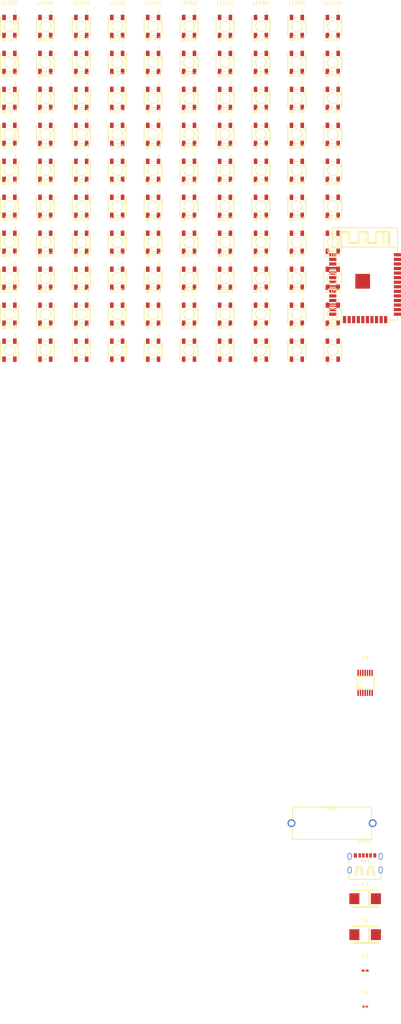
<source format=kicad_pcb>
(kicad_pcb (version 20241229) (generator "pcbnew") (generator_version "9.0")
  (layers (0 "F.Cu" signal) (2 "B.Cu" signal) (13 "F.Paste" user) (15 "B.Paste" user) (5 "F.SilkS" user "F.Silkscreen") (7 "B.SilkS" user "B.Silkscreen") (1 "F.Mask" user) (3 "B.Mask" user) (25 "Edge.Cuts" user))
  (net 0 "")
  (net 1 "IO23")
  (net 2 "IO21")
  (net 3 "SCS_CMD")
  (net 4 "IO32")
  (net 5 "IO27")
  (net 6 "IO12")
  (net 7 "IO22")
  (net 8 "IO19")
  (net 9 "RXD0")
  (net 10 "SDI_SD1")
  (net 11 "SHD_SD2")
  (net 12 "EN")
  (net 13 "TXD0")
  (net 14 "IO0")
  (net 15 "P4Y")
  (net 16 "IO26")
  (net 17 "IO25")
  (net 18 "IO5")
  (net 19 "IO2")
  (net 20 "SENSOR_VN")
  (net 21 "IO35")
  (net 22 "IO33")
  (net 23 "SENSOR_VP")
  (net 24 "IO14")
  (net 25 "IO17")
  (net 26 "P2Y")
  (net 27 "IO18")
  (net 28 "IO16")
  (net 29 "SDO_SD0")
  (net 30 "IO34")
  (net 31 "P3Y")
  (net 32 "esp32Controller.footprint.pins[25].net-net")
  (net 33 "SCK_CLK")
  (net 34 "IO13")
  (net 35 "IO15")
  (net 36 "SWP_SD3")
  (net 38 "levelShifter_P1Y_Resistor-net")
  (net 39 "P1A")
  (net 40 "P3V3")
  (net 42 "EH")
  (net 43 "B5")
  (net 44 "CC1")
  (net 45 "VCC")
  (net 47 "led_columns[2]-DOU-5")
  (net 48 "led_columns[4]-DOU-2")
  (net 49 "led_columns[5]-DIN-3")
  (net 50 "led_columns[5]-DOU-1")
  (net 51 "led_columns[4]-DOU-1")
  (net 52 "led_columns[6]-DIN-4")
  (net 53 "led_columns[8]-DOU")
  (net 54 "data_out-2")
  (net 55 "gnd")
  (net 56 "led_columns[9]-DOU-5")
  (net 57 "led_columns[7]-DIN")
  (net 58 "data_out-1")
  (net 59 "led_columns[8]-DOU-2")
  (net 60 "led_columns[4]-DIN")
  (net 61 "data_out-3")
  (net 62 "led_columns[1]-DOU-3")
  (net 63 "led_columns[3]-DIN-2")
  (net 64 "led_columns[8]-DOU-1")
  (net 65 "led_columns[1]-DOU")
  (net 66 "led_columns[9]-DIN-1")
  (net 67 "led_columns[9]-data_out")
  (net 68 "led_columns[1]-DOU-4")
  (net 69 "led_columns[5]-DOU")
  (net 70 "led_columns[0]-DOU-3")
  (net 71 "led_columns[0]-DOU-2")
  (net 72 "data_out")
  (net 73 "led_columns[0]-DIN-4")
  (net 74 "led_columns[3]-DOU")
  (net 75 "led_columns[5]-DIN-1")
  (net 76 "led_columns[4]-DOU")
  (net 77 "led_columns[9]-DOU-1")
  (net 78 "led_columns[3]-DIN")
  (net 79 "led_columns[0]-DIN")
  (net 80 "led_columns[7]-DIN-1")
  (net 81 "led_columns[0]-DIN-3")
  (net 82 "led_columns[1]-DOU-2")
  (net 83 "data_in-1")
  (net 84 "led_columns[6]-DOU-1")
  (net 85 "led_columns[7]-DOU")
  (net 86 "led_columns[7]-DOU-3")
  (net 87 "led_columns[9]-DOU-2")
  (net 88 "led_columns[3]-DIN-3")
  (net 89 "led_columns[4]-DIN-4")
  (net 90 "led_columns[8]-DIN-2")
  (net 91 "led_columns[3]-DOU-1")
  (net 92 "data_in-2")
  (net 93 "led_columns[5]-DOU-3")
  (net 94 "P1Y")
  (net 95 "led_columns[3]-DIN-4")
  (net 96 "led_columns[0]-DOU-1")
  (net 97 "led_columns[7]-DIN-2")
  (net 98 "led_columns[2]-DIN")
  (net 99 "led_columns[8]-DOU-3")
  (net 100 "led_columns[4]-DOU-3")
  (net 101 "led_columns[5]-DOU-4")
  (net 102 "led_columns[6]-DOU-2")
  (net 103 "led_columns[7]-DOU-2")
  (net 104 "led_columns[2]-DOU-1")
  (net 105 "led_columns[3]-DIN-1")
  (net 106 "led_columns[8]-DIN-1")
  (net 107 "led_columns[9]-DIN")
  (net 108 "led_columns[0]-DIN-2")
  (net 109 "led_columns[0]-DIN-1")
  (net 110 "led_columns[7]-DOU-4")
  (net 111 "led_columns[7]-DOU-1")
  (net 112 "data_in")
  (net 113 "led_columns[2]-DOU-2")
  (net 114 "led_columns[6]-DIN-2")
  (net 115 "led_columns[8]-DIN-3")
  (net 116 "led_columns[2]-DIN-2")
  (net 117 "led_columns[9]-DOU-6")
  (net 118 "led_columns[3]-DOU-3")
  (net 119 "led_columns[6]-DIN-5")
  (net 120 "led_columns[6]-DIN-1")
  (net 121 "led_columns[6]-DOU")
  (net 122 "led_columns[4]-DIN-2")
  (net 123 "led_columns[6]-DIN")
  (net 124 "led_columns[9]-DOU")
  (net 125 "data_out-4")
  (net 126 "led_columns[0]-DOU")
  (net 127 "led_columns[2]-DOU-4")
  (net 128 "led_columns[6]-DIN-3")
  (net 129 "led_columns[1]-DIN-1")
  (net 130 "data_in-3")
  (net 131 "led_columns[3]-DOU-2")
  (net 132 "led_columns[9]-DOU-3")
  (net 133 "led_columns[9]-DOU-4")
  (net 134 "led_columns[1]-DOU-1")
  (net 135 "led_columns[7]-DIN-3")
  (net 136 "led_columns[1]-DIN-2")
  (net 137 "led_columns[8]-DIN")
  (net 138 "led_columns[8]-DIN-4")
  (net 139 "led_columns[1]-DIN-3")
  (net 140 "led_columns[5]-DIN")
  (net 141 "led_columns[2]-DIN-1")
  (net 142 "led_columns[4]-DIN-1")
  (net 143 "led_columns[2]-DOU")
  (net 144 "led_columns[5]-DIN-2")
  (net 145 "led_columns[5]-DOU-2")
  (net 146 "led_columns[4]-DIN-3")
  (net 147 "led_columns[2]-DOU-3")
  (net 148 "led_columns[1]-DIN")
  (net 149 "VDD")
  (footprint "Samsung_Electro_Mechanics_CL05B104KO5NNNC:C0402" (layer "F.Cu") (at 99 172.5 0)
    (property "Reference" "C1" (at 0 -4 0) (layer "F.SilkS") (hide no))
    (property "Value" "100nF ±10% 16V X7R" (hide yes))
    (fp_text user "${REFERENCE}" (at 0 -4 0) (layer "F.SilkS"))
    (pad "1" smd rect (at -0.55 0 0) (size 0.79 0.54) (layers "F.Cu" "F.Mask" "F.Paste") (net 55 "gnd"))
    (pad "2" smd rect (at 0.55 0 0) (size 0.79 0.54) (layers "F.Cu" "F.Mask" "F.Paste") (net 45 "VCC"))
  )
  (footprint "AVX_TAJD477K006RNJ:CASE-D_7343" (layer "F.Cu") (at 99 152.5 0)
    (property "Reference" "C3" (at 0 -4 0) (layer "F.SilkS") (hide no))
    (property "Value" "470µF ±10%")
    (fp_text user "${REFERENCE}" (at 0 -4 0) (layer "F.SilkS"))
    (pad "1" smd rect (at 3 0 180) (size 2.8 3.01) (layers "F.Cu" "F.Mask" "F.Paste") (net 55 "gnd"))
    (pad "2" smd rect (at -3 0 180) (size 2.8 3.01) (layers "F.Cu" "F.Mask" "F.Paste") (net 149 "VDD"))
  )
  (footprint "XFCN_PTF_15:FUSE-TH_L22.0-W9.0-P22.60" (layer "F.Cu") (at 89.8 131.5 0)
    (property "Reference" "FH1" (at 0 -4 0) (layer "F.SilkS") (hide no))
    (property "Value" "")
    (fp_text user "${REFERENCE}" (at 0 -4 0) (layer "F.SilkS"))
    (pad "1" thru_hole circle (at -11.3 0 0) (size 2.2 2.2) (drill 1.500022) (layers "*.Cu" "*.Mask") (net 149 "VDD"))
    (pad "2" thru_hole circle (at 11.3 0 0) (size 2.2 2.2) (drill 1.500022) (layers "*.Cu" "*.Mask") (net 45 "VCC"))
  )
  (footprint "Espressif_Systems_ESP32_WROOM_32_N4:WIFIM-SMD_ESP32-WROOM-32-N4" (layer "F.Cu") (at 99 -17.5 0)
    (property "Reference" "U1" (at 0 -13.01 0) (layer "F.SilkS") (hide no))
    (property "Value" "")
    (fp_text user "${REFERENCE}" (at 0 -13.01 0) (layer "F.SilkS"))
    (pad "1" smd rect (at -9 -9.01 0) (size 2 0.9) (layers "F.Cu" "F.Mask" "F.Paste") (net 55 "gnd"))
    (pad "2" smd rect (at -9 -7.74 0) (size 2 0.9) (layers "F.Cu" "F.Mask" "F.Paste") (net 40 "P3V3"))
    (pad "3" smd rect (at -9 -6.47 0) (size 2 0.9) (layers "F.Cu" "F.Mask" "F.Paste") (net 12 "EN"))
    (pad "4" smd rect (at -9 -5.2 0) (size 2 0.9) (layers "F.Cu" "F.Mask" "F.Paste") (net 23 "SENSOR_VP"))
    (pad "5" smd rect (at -9 -3.93 0) (size 2 0.9) (layers "F.Cu" "F.Mask" "F.Paste") (net 20 "SENSOR_VN"))
    (pad "6" smd rect (at -9 -2.66 0) (size 2 0.9) (layers "F.Cu" "F.Mask" "F.Paste") (net 30 "IO34"))
    (pad "7" smd rect (at -9 -1.39 0) (size 2 0.9) (layers "F.Cu" "F.Mask" "F.Paste") (net 21 "IO35"))
    (pad "8" smd rect (at -9 -0.12 0) (size 2 0.9) (layers "F.Cu" "F.Mask" "F.Paste") (net 4 "IO32"))
    (pad "9" smd rect (at -9 1.15 0) (size 2 0.9) (layers "F.Cu" "F.Mask" "F.Paste") (net 22 "IO33"))
    (pad "10" smd rect (at -9 2.42 0) (size 2 0.9) (layers "F.Cu" "F.Mask" "F.Paste") (net 17 "IO25"))
    (pad "11" smd rect (at -9 3.69 0) (size 2 0.9) (layers "F.Cu" "F.Mask" "F.Paste") (net 16 "IO26"))
    (pad "12" smd rect (at -9 4.96 0) (size 2 0.9) (layers "F.Cu" "F.Mask" "F.Paste") (net 5 "IO27"))
    (pad "13" smd rect (at -9 6.23 0) (size 2 0.9) (layers "F.Cu" "F.Mask" "F.Paste") (net 24 "IO14"))
    (pad "14" smd rect (at -9 7.5 0) (size 2 0.9) (layers "F.Cu" "F.Mask" "F.Paste") (net 6 "IO12"))
    (pad "15" smd rect (at -5.72 9.01 270) (size 2 0.9) (layers "F.Cu" "F.Mask" "F.Paste") (net 55 "gnd"))
    (pad "16" smd rect (at -4.45 9.01 270) (size 2 0.9) (layers "F.Cu" "F.Mask" "F.Paste") (net 34 "IO13"))
    (pad "17" smd rect (at -3.18 9.01 270) (size 2 0.9) (layers "F.Cu" "F.Mask" "F.Paste") (net 11 "SHD_SD2"))
    (pad "18" smd rect (at -1.91 9.01 270) (size 2 0.9) (layers "F.Cu" "F.Mask" "F.Paste") (net 36 "SWP_SD3"))
    (pad "19" smd rect (at -0.64 9.01 270) (size 2 0.9) (layers "F.Cu" "F.Mask" "F.Paste") (net 3 "SCS_CMD"))
    (pad "20" smd rect (at 0.63 9.01 270) (size 2 0.9) (layers "F.Cu" "F.Mask" "F.Paste") (net 33 "SCK_CLK"))
    (pad "21" smd rect (at 1.9 9.01 270) (size 2 0.9) (layers "F.Cu" "F.Mask" "F.Paste") (net 29 "SDO_SD0"))
    (pad "22" smd rect (at 3.17 9.01 270) (size 2 0.9) (layers "F.Cu" "F.Mask" "F.Paste") (net 10 "SDI_SD1"))
    (pad "23" smd rect (at 4.44 9.01 270) (size 2 0.9) (layers "F.Cu" "F.Mask" "F.Paste") (net 35 "IO15"))
    (pad "24" smd rect (at 5.71 9.01 270) (size 2 0.9) (layers "F.Cu" "F.Mask" "F.Paste") (net 19 "IO2"))
    (pad "25" smd rect (at 9 7.5 0) (size 2 0.9) (layers "F.Cu" "F.Mask" "F.Paste") (net 14 "IO0"))
    (pad "26" smd rect (at 9 6.23 0) (size 2 0.9) (layers "F.Cu" "F.Mask" "F.Paste") (net 39 "P1A"))
    (pad "27" smd rect (at 9 4.96 0) (size 2 0.9) (layers "F.Cu" "F.Mask" "F.Paste") (net 28 "IO16"))
    (pad "28" smd rect (at 9 3.69 0) (size 2 0.9) (layers "F.Cu" "F.Mask" "F.Paste") (net 25 "IO17"))
    (pad "29" smd rect (at 9 2.42 0) (size 2 0.9) (layers "F.Cu" "F.Mask" "F.Paste") (net 18 "IO5"))
    (pad "30" smd rect (at 9 1.15 0) (size 2 0.9) (layers "F.Cu" "F.Mask" "F.Paste") (net 27 "IO18"))
    (pad "31" smd rect (at 9 -0.12 0) (size 2 0.9) (layers "F.Cu" "F.Mask" "F.Paste") (net 8 "IO19"))
    (pad "32" smd rect (at 9 -1.39 0) (size 2 0.9) (layers "F.Cu" "F.Mask" "F.Paste") (net 32 "esp32Controller.footprint.pins[25].net-net"))
    (pad "33" smd rect (at 9 -2.66 0) (size 2 0.9) (layers "F.Cu" "F.Mask" "F.Paste") (net 2 "IO21"))
    (pad "34" smd rect (at 9 -3.93 0) (size 2 0.9) (layers "F.Cu" "F.Mask" "F.Paste") (net 9 "RXD0"))
    (pad "35" smd rect (at 9 -5.2 0) (size 2 0.9) (layers "F.Cu" "F.Mask" "F.Paste") (net 13 "TXD0"))
    (pad "36" smd rect (at 9 -6.47 0) (size 2 0.9) (layers "F.Cu" "F.Mask" "F.Paste") (net 7 "IO22"))
    (pad "37" smd rect (at 9 -7.74 0) (size 2 0.9) (layers "F.Cu" "F.Mask" "F.Paste") (net 1 "IO23"))
    (pad "38" smd rect (at 9 -9.01 0) (size 2 0.9) (layers "F.Cu" "F.Mask" "F.Paste") (net 55 "gnd"))
    (pad "39" smd rect (at -0.68 -1.66 0) (size 4.1 4.1) (layers "F.Cu" "F.Mask" "F.Paste") (net 55 "gnd"))
  )
  (footprint "Texas_Instruments_SN74AHCT125PWR:TSSOP-14_L5.0-W4.4-P0.65-LS6.4-BL" (layer "F.Cu") (at 99 92.5 0)
    (property "Reference" "U2" (at 0 -6.8 0) (layer "F.SilkS") (hide no))
    (property "Value" "")
    (fp_text user "${REFERENCE}" (at 0 -6.8 0) (layer "F.SilkS"))
    (pad "1" smd rect (at -1.95 2.8 0) (size 0.4 1.7) (layers "F.Cu" "F.Mask" "F.Paste") (net 55 "gnd"))
    (pad "2" smd rect (at -1.3 2.8 0) (size 0.4 1.7) (layers "F.Cu" "F.Mask" "F.Paste") (net 39 "P1A"))
    (pad "3" smd rect (at -0.65 2.8 0) (size 0.4 1.7) (layers "F.Cu" "F.Mask" "F.Paste") (net 94 "P1Y"))
    (pad "4" smd rect (at 0 2.8 0) (size 0.4 1.7) (layers "F.Cu" "F.Mask" "F.Paste") (net 55 "gnd"))
    (pad "5" smd rect (at 0.65 2.8 0) (size 0.4 1.7) (layers "F.Cu" "F.Mask" "F.Paste") (net 55 "gnd"))
    (pad "6" smd rect (at 1.3 2.8 0) (size 0.4 1.7) (layers "F.Cu" "F.Mask" "F.Paste") (net 26 "P2Y"))
    (pad "7" smd rect (at 1.95 2.8 0) (size 0.4 1.7) (layers "F.Cu" "F.Mask" "F.Paste") (net 55 "gnd"))
    (pad "8" smd rect (at 1.95 -2.8 0) (size 0.4 1.7) (layers "F.Cu" "F.Mask" "F.Paste") (net 31 "P3Y"))
    (pad "9" smd rect (at 1.3 -2.8 0) (size 0.4 1.7) (layers "F.Cu" "F.Mask" "F.Paste") (net 55 "gnd"))
    (pad "10" smd rect (at 0.65 -2.8 0) (size 0.4 1.7) (layers "F.Cu" "F.Mask" "F.Paste") (net 55 "gnd"))
    (pad "11" smd rect (at 0 -2.8 0) (size 0.4 1.7) (layers "F.Cu" "F.Mask" "F.Paste") (net 15 "P4Y"))
    (pad "12" smd rect (at -0.65 -2.8 0) (size 0.4 1.7) (layers "F.Cu" "F.Mask" "F.Paste") (net 55 "gnd"))
    (pad "13" smd rect (at -1.3 -2.8 0) (size 0.4 1.7) (layers "F.Cu" "F.Mask" "F.Paste") (net 55 "gnd"))
    (pad "14" smd rect (at -1.95 -2.8 0) (size 0.4 1.7) (layers "F.Cu" "F.Mask" "F.Paste") (net 45 "VCC"))
  )
  (footprint "UNI_ROYAL_0402WGF1000TCE:R0402" (layer "F.Cu") (at 99 182.5 0)
    (property "Reference" "R1" (at 0 -4 0) (layer "F.SilkS") (hide no))
    (property "Value" "100Ω ±1% 62.5mW")
    (fp_text user "${REFERENCE}" (at 0 -4 0) (layer "F.SilkS"))
    (pad "1" smd rect (at -0.43 0 0) (size 0.57 0.54) (layers "F.Cu" "F.Mask" "F.Paste") (net 94 "P1Y"))
    (pad "2" smd rect (at 0.43 0 0) (size 0.57 0.54) (layers "F.Cu" "F.Mask" "F.Paste") (net 38 "levelShifter_P1Y_Resistor-net"))
  )
  (footprint "SHOU_HAN_TYPE_C_6P:TYPE-C-SMD_TYPE-C-6P" (layer "F.Cu") (at 99 142.5 0)
    (property "Reference" "USB1" (at 0 -6.03 0) (layer "F.SilkS") (hide no))
    (property "Value" "")
    (fp_text user "${REFERENCE}" (at 0 -6.03 0) (layer "F.SilkS"))
    (pad "7" thru_hole oval (at -4.32 -1.78 0) (size 1.1 1.9) (drill oval 0.700024 1.500022) (layers "*.Cu" "*.Mask") (net 42 "EH"))
    (pad "7" thru_hole oval (at -4.32 2.03 0) (size 1.1 1.9) (drill oval 0.700024 1.500022) (layers "*.Cu" "*.Mask") (net 42 "EH"))
    (pad "7" thru_hole oval (at 4.32 -1.78 0) (size 1.1 1.9) (drill oval 0.700024 1.500022) (layers "*.Cu" "*.Mask") (net 42 "EH"))
    (pad "7" thru_hole oval (at 4.32 2.03 0) (size 1.1 1.9) (drill oval 0.700024 1.500022) (layers "*.Cu" "*.Mask") (net 42 "EH"))
    (pad "A5" smd rect (at -0.5 -2.03 0) (size 0.7 1.2) (layers "F.Cu" "F.Mask" "F.Paste") (net 44 "CC1"))
    (pad "A9" smd rect (at 1.5 -2.03 0) (size 0.7 1.2) (layers "F.Cu" "F.Mask" "F.Paste") (net 149 "VDD"))
    (pad "A12" smd rect (at 2.7 -2.03 0) (size 0.8 1.2) (layers "F.Cu" "F.Mask" "F.Paste") (net 55 "gnd"))
    (pad "B5" smd rect (at 0.5 -2.03 0) (size 0.7 1.2) (layers "F.Cu" "F.Mask" "F.Paste") (net 43 "B5"))
    (pad "B9" smd rect (at -1.5 -2.03 0) (size 0.7 1.2) (layers "F.Cu" "F.Mask" "F.Paste") (net 149 "VDD"))
    (pad "B12" smd rect (at -2.7 -2.03 0) (size 0.8 1.2) (layers "F.Cu" "F.Mask" "F.Paste") (net 55 "gnd"))
  )
  (footprint "AVX_TAJD477K006RNJ:CASE-D_7343" (layer "F.Cu") (at 99 162.5 0)
    (property "Reference" "C2" (at 0 -4 0) (layer "F.SilkS") (hide no))
    (property "Value" "470µF ±10%")
    (fp_text user "${REFERENCE}" (at 0 -4 0) (layer "F.SilkS"))
    (pad "1" smd rect (at 3 0 180) (size 2.8 3.01) (layers "F.Cu" "F.Mask" "F.Paste") (net 55 "gnd"))
    (pad "2" smd rect (at -3 0 180) (size 2.8 3.01) (layers "F.Cu" "F.Mask" "F.Paste") (net 40 "P3V3"))
  )
  (footprint "XINGLIGHT_XL_5050RGBC_WS2812B:LED-SMD_4P-L5.0-W5.0-BL_XL-5050RGBC" (layer "F.Cu") (at 0 0 0)
    (property "Reference" "LED25" (at 0 -6.5 0) (layer "F.SilkS") (hide no))
    (property "Value" "")
    (fp_text user "${REFERENCE}" (at 0 -6.5 0) (layer "F.SilkS"))
    (pad "1" smd rect (at -1.5 2.5 90) (size 1.5 1) (layers "F.Cu" "F.Paste" "F.Mask") (net 149 "VDD"))
    (pad "2" smd rect (at 1.5 2.5 90) (size 1.5 1) (layers "F.Cu" "F.Paste" "F.Mask") (net 104 "led_columns[2]-DOU-1"))
    (pad "3" smd rect (at 1.5 -2.5 90) (size 1.5 1) (layers "F.Cu" "F.Paste" "F.Mask") (net 55 "gnd"))
    (pad "4" smd rect (at -1.5 -2.5 90) (size 1.5 1) (layers "F.Cu" "F.Paste" "F.Mask") (net 127 "led_columns[2]-DOU-4"))
  )
  (footprint "XINGLIGHT_XL_5050RGBC_WS2812B:LED-SMD_4P-L5.0-W5.0-BL_XL-5050RGBC" (layer "F.Cu") (at 0 -10 0)
    (property "Reference" "LED23" (at 0 -6.5 0) (layer "F.SilkS") (hide no))
    (property "Value" "")
    (fp_text user "${REFERENCE}" (at 0 -6.5 0) (layer "F.SilkS"))
    (pad "1" smd rect (at -1.5 2.5 90) (size 1.5 1) (layers "F.Cu" "F.Paste" "F.Mask") (net 149 "VDD"))
    (pad "2" smd rect (at 1.5 2.5 90) (size 1.5 1) (layers "F.Cu" "F.Paste" "F.Mask") (net 98 "led_columns[2]-DIN"))
    (pad "3" smd rect (at 1.5 -2.5 90) (size 1.5 1) (layers "F.Cu" "F.Paste" "F.Mask") (net 55 "gnd"))
    (pad "4" smd rect (at -1.5 -2.5 90) (size 1.5 1) (layers "F.Cu" "F.Paste" "F.Mask") (net 143 "led_columns[2]-DOU"))
  )
  (footprint "XINGLIGHT_XL_5050RGBC_WS2812B:LED-SMD_4P-L5.0-W5.0-BL_XL-5050RGBC" (layer "F.Cu") (at 0 -20 0)
    (property "Reference" "LED26" (at 0 -6.5 0) (layer "F.SilkS") (hide no))
    (property "Value" "")
    (fp_text user "${REFERENCE}" (at 0 -6.5 0) (layer "F.SilkS"))
    (pad "1" smd rect (at -1.5 2.5 90) (size 1.5 1) (layers "F.Cu" "F.Paste" "F.Mask") (net 149 "VDD"))
    (pad "2" smd rect (at 1.5 2.5 90) (size 1.5 1) (layers "F.Cu" "F.Paste" "F.Mask") (net 116 "led_columns[2]-DIN-2"))
    (pad "3" smd rect (at 1.5 -2.5 90) (size 1.5 1) (layers "F.Cu" "F.Paste" "F.Mask") (net 55 "gnd"))
    (pad "4" smd rect (at -1.5 -2.5 90) (size 1.5 1) (layers "F.Cu" "F.Paste" "F.Mask") (net 104 "led_columns[2]-DOU-1"))
  )
  (footprint "XINGLIGHT_XL_5050RGBC_WS2812B:LED-SMD_4P-L5.0-W5.0-BL_XL-5050RGBC" (layer "F.Cu") (at 0 -30 0)
    (property "Reference" "LED28" (at 0 -6.5 0) (layer "F.SilkS") (hide no))
    (property "Value" "")
    (fp_text user "${REFERENCE}" (at 0 -6.5 0) (layer "F.SilkS"))
    (pad "1" smd rect (at -1.5 2.5 90) (size 1.5 1) (layers "F.Cu" "F.Paste" "F.Mask") (net 149 "VDD"))
    (pad "2" smd rect (at 1.5 2.5 90) (size 1.5 1) (layers "F.Cu" "F.Paste" "F.Mask") (net 147 "led_columns[2]-DOU-3"))
    (pad "3" smd rect (at 1.5 -2.5 90) (size 1.5 1) (layers "F.Cu" "F.Paste" "F.Mask") (net 55 "gnd"))
    (pad "4" smd rect (at -1.5 -2.5 90) (size 1.5 1) (layers "F.Cu" "F.Paste" "F.Mask") (net 47 "led_columns[2]-DOU-5"))
  )
  (footprint "XINGLIGHT_XL_5050RGBC_WS2812B:LED-SMD_4P-L5.0-W5.0-BL_XL-5050RGBC" (layer "F.Cu") (at 0 -40 0)
    (property "Reference" "LED29" (at 0 -6.5 0) (layer "F.SilkS") (hide no))
    (property "Value" "")
    (fp_text user "${REFERENCE}" (at 0 -6.5 0) (layer "F.SilkS"))
    (pad "1" smd rect (at -1.5 2.5 90) (size 1.5 1) (layers "F.Cu" "F.Paste" "F.Mask") (net 149 "VDD"))
    (pad "2" smd rect (at 1.5 2.5 90) (size 1.5 1) (layers "F.Cu" "F.Paste" "F.Mask") (net 141 "led_columns[2]-DIN-1"))
    (pad "3" smd rect (at 1.5 -2.5 90) (size 1.5 1) (layers "F.Cu" "F.Paste" "F.Mask") (net 55 "gnd"))
    (pad "4" smd rect (at -1.5 -2.5 90) (size 1.5 1) (layers "F.Cu" "F.Paste" "F.Mask") (net 147 "led_columns[2]-DOU-3"))
  )
  (footprint "XINGLIGHT_XL_5050RGBC_WS2812B:LED-SMD_4P-L5.0-W5.0-BL_XL-5050RGBC" (layer "F.Cu") (at 0 -50 0)
    (property "Reference" "LED21" (at 0 -6.5 0) (layer "F.SilkS") (hide no))
    (property "Value" "")
    (fp_text user "${REFERENCE}" (at 0 -6.5 0) (layer "F.SilkS"))
    (pad "1" smd rect (at -1.5 2.5 90) (size 1.5 1) (layers "F.Cu" "F.Paste" "F.Mask") (net 149 "VDD"))
    (pad "2" smd rect (at 1.5 2.5 90) (size 1.5 1) (layers "F.Cu" "F.Paste" "F.Mask") (net 113 "led_columns[2]-DOU-2"))
    (pad "3" smd rect (at 1.5 -2.5 90) (size 1.5 1) (layers "F.Cu" "F.Paste" "F.Mask") (net 55 "gnd"))
    (pad "4" smd rect (at -1.5 -2.5 90) (size 1.5 1) (layers "F.Cu" "F.Paste" "F.Mask") (net 54 "data_out-2"))
  )
  (footprint "XINGLIGHT_XL_5050RGBC_WS2812B:LED-SMD_4P-L5.0-W5.0-BL_XL-5050RGBC" (layer "F.Cu") (at 0 -60 0)
    (property "Reference" "LED24" (at 0 -6.5 0) (layer "F.SilkS") (hide no))
    (property "Value" "")
    (fp_text user "${REFERENCE}" (at 0 -6.5 0) (layer "F.SilkS"))
    (pad "1" smd rect (at -1.5 2.5 90) (size 1.5 1) (layers "F.Cu" "F.Paste" "F.Mask") (net 149 "VDD"))
    (pad "2" smd rect (at 1.5 2.5 90) (size 1.5 1) (layers "F.Cu" "F.Paste" "F.Mask") (net 127 "led_columns[2]-DOU-4"))
    (pad "3" smd rect (at 1.5 -2.5 90) (size 1.5 1) (layers "F.Cu" "F.Paste" "F.Mask") (net 55 "gnd"))
    (pad "4" smd rect (at -1.5 -2.5 90) (size 1.5 1) (layers "F.Cu" "F.Paste" "F.Mask") (net 98 "led_columns[2]-DIN"))
  )
  (footprint "XINGLIGHT_XL_5050RGBC_WS2812B:LED-SMD_4P-L5.0-W5.0-BL_XL-5050RGBC" (layer "F.Cu") (at 0 -70 0)
    (property "Reference" "LED22" (at 0 -6.5 0) (layer "F.SilkS") (hide no))
    (property "Value" "")
    (fp_text user "${REFERENCE}" (at 0 -6.5 0) (layer "F.SilkS"))
    (pad "1" smd rect (at -1.5 2.5 90) (size 1.5 1) (layers "F.Cu" "F.Paste" "F.Mask") (net 149 "VDD"))
    (pad "2" smd rect (at 1.5 2.5 90) (size 1.5 1) (layers "F.Cu" "F.Paste" "F.Mask") (net 143 "led_columns[2]-DOU"))
    (pad "3" smd rect (at 1.5 -2.5 90) (size 1.5 1) (layers "F.Cu" "F.Paste" "F.Mask") (net 55 "gnd"))
    (pad "4" smd rect (at -1.5 -2.5 90) (size 1.5 1) (layers "F.Cu" "F.Paste" "F.Mask") (net 113 "led_columns[2]-DOU-2"))
  )
  (footprint "XINGLIGHT_XL_5050RGBC_WS2812B:LED-SMD_4P-L5.0-W5.0-BL_XL-5050RGBC" (layer "F.Cu") (at 0 -80 0)
    (property "Reference" "LED27" (at 0 -6.5 0) (layer "F.SilkS") (hide no))
    (property "Value" "")
    (fp_text user "${REFERENCE}" (at 0 -6.5 0) (layer "F.SilkS"))
    (pad "1" smd rect (at -1.5 2.5 90) (size 1.5 1) (layers "F.Cu" "F.Paste" "F.Mask") (net 149 "VDD"))
    (pad "2" smd rect (at 1.5 2.5 90) (size 1.5 1) (layers "F.Cu" "F.Paste" "F.Mask") (net 47 "led_columns[2]-DOU-5"))
    (pad "3" smd rect (at 1.5 -2.5 90) (size 1.5 1) (layers "F.Cu" "F.Paste" "F.Mask") (net 55 "gnd"))
    (pad "4" smd rect (at -1.5 -2.5 90) (size 1.5 1) (layers "F.Cu" "F.Paste" "F.Mask") (net 116 "led_columns[2]-DIN-2"))
  )
  (footprint "XINGLIGHT_XL_5050RGBC_WS2812B:LED-SMD_4P-L5.0-W5.0-BL_XL-5050RGBC" (layer "F.Cu") (at 0 -90 0)
    (property "Reference" "LED30" (at 0 -6.5 0) (layer "F.SilkS") (hide no))
    (property "Value" "")
    (fp_text user "${REFERENCE}" (at 0 -6.5 0) (layer "F.SilkS"))
    (pad "1" smd rect (at -1.5 2.5 90) (size 1.5 1) (layers "F.Cu" "F.Paste" "F.Mask") (net 149 "VDD"))
    (pad "2" smd rect (at 1.5 2.5 90) (size 1.5 1) (layers "F.Cu" "F.Paste" "F.Mask") (net 130 "data_in-3"))
    (pad "3" smd rect (at 1.5 -2.5 90) (size 1.5 1) (layers "F.Cu" "F.Paste" "F.Mask") (net 55 "gnd"))
    (pad "4" smd rect (at -1.5 -2.5 90) (size 1.5 1) (layers "F.Cu" "F.Paste" "F.Mask") (net 141 "led_columns[2]-DIN-1"))
  )
  (footprint "XINGLIGHT_XL_5050RGBC_WS2812B:LED-SMD_4P-L5.0-W5.0-BL_XL-5050RGBC" (layer "F.Cu") (at 10 0 0)
    (property "Reference" "LED31" (at 0 -6.5 0) (layer "F.SilkS") (hide no))
    (property "Value" "")
    (fp_text user "${REFERENCE}" (at 0 -6.5 0) (layer "F.SilkS"))
    (pad "1" smd rect (at -1.5 2.5 90) (size 1.5 1) (layers "F.Cu" "F.Paste" "F.Mask") (net 149 "VDD"))
    (pad "2" smd rect (at 1.5 2.5 90) (size 1.5 1) (layers "F.Cu" "F.Paste" "F.Mask") (net 131 "led_columns[3]-DOU-2"))
    (pad "3" smd rect (at 1.5 -2.5 90) (size 1.5 1) (layers "F.Cu" "F.Paste" "F.Mask") (net 55 "gnd"))
    (pad "4" smd rect (at -1.5 -2.5 90) (size 1.5 1) (layers "F.Cu" "F.Paste" "F.Mask") (net 130 "data_in-3"))
  )
  (footprint "XINGLIGHT_XL_5050RGBC_WS2812B:LED-SMD_4P-L5.0-W5.0-BL_XL-5050RGBC" (layer "F.Cu") (at 10 -10 0)
    (property "Reference" "LED33" (at 0 -6.5 0) (layer "F.SilkS") (hide no))
    (property "Value" "")
    (fp_text user "${REFERENCE}" (at 0 -6.5 0) (layer "F.SilkS"))
    (pad "1" smd rect (at -1.5 2.5 90) (size 1.5 1) (layers "F.Cu" "F.Paste" "F.Mask") (net 149 "VDD"))
    (pad "2" smd rect (at 1.5 2.5 90) (size 1.5 1) (layers "F.Cu" "F.Paste" "F.Mask") (net 105 "led_columns[3]-DIN-1"))
    (pad "3" smd rect (at 1.5 -2.5 90) (size 1.5 1) (layers "F.Cu" "F.Paste" "F.Mask") (net 55 "gnd"))
    (pad "4" smd rect (at -1.5 -2.5 90) (size 1.5 1) (layers "F.Cu" "F.Paste" "F.Mask") (net 88 "led_columns[3]-DIN-3"))
  )
  (footprint "XINGLIGHT_XL_5050RGBC_WS2812B:LED-SMD_4P-L5.0-W5.0-BL_XL-5050RGBC" (layer "F.Cu") (at 10 -20 0)
    (property "Reference" "LED32" (at 0 -6.5 0) (layer "F.SilkS") (hide no))
    (property "Value" "")
    (fp_text user "${REFERENCE}" (at 0 -6.5 0) (layer "F.SilkS"))
    (pad "1" smd rect (at -1.5 2.5 90) (size 1.5 1) (layers "F.Cu" "F.Paste" "F.Mask") (net 149 "VDD"))
    (pad "2" smd rect (at 1.5 2.5 90) (size 1.5 1) (layers "F.Cu" "F.Paste" "F.Mask") (net 88 "led_columns[3]-DIN-3"))
    (pad "3" smd rect (at 1.5 -2.5 90) (size 1.5 1) (layers "F.Cu" "F.Paste" "F.Mask") (net 55 "gnd"))
    (pad "4" smd rect (at -1.5 -2.5 90) (size 1.5 1) (layers "F.Cu" "F.Paste" "F.Mask") (net 131 "led_columns[3]-DOU-2"))
  )
  (footprint "XINGLIGHT_XL_5050RGBC_WS2812B:LED-SMD_4P-L5.0-W5.0-BL_XL-5050RGBC" (layer "F.Cu") (at 10 -30 0)
    (property "Reference" "LED36" (at 0 -6.5 0) (layer "F.SilkS") (hide no))
    (property "Value" "")
    (fp_text user "${REFERENCE}" (at 0 -6.5 0) (layer "F.SilkS"))
    (pad "1" smd rect (at -1.5 2.5 90) (size 1.5 1) (layers "F.Cu" "F.Paste" "F.Mask") (net 149 "VDD"))
    (pad "2" smd rect (at 1.5 2.5 90) (size 1.5 1) (layers "F.Cu" "F.Paste" "F.Mask") (net 78 "led_columns[3]-DIN"))
    (pad "3" smd rect (at 1.5 -2.5 90) (size 1.5 1) (layers "F.Cu" "F.Paste" "F.Mask") (net 55 "gnd"))
    (pad "4" smd rect (at -1.5 -2.5 90) (size 1.5 1) (layers "F.Cu" "F.Paste" "F.Mask") (net 74 "led_columns[3]-DOU"))
  )
  (footprint "XINGLIGHT_XL_5050RGBC_WS2812B:LED-SMD_4P-L5.0-W5.0-BL_XL-5050RGBC" (layer "F.Cu") (at 10 -40 0)
    (property "Reference" "LED39" (at 0 -6.5 0) (layer "F.SilkS") (hide no))
    (property "Value" "")
    (fp_text user "${REFERENCE}" (at 0 -6.5 0) (layer "F.SilkS"))
    (pad "1" smd rect (at -1.5 2.5 90) (size 1.5 1) (layers "F.Cu" "F.Paste" "F.Mask") (net 149 "VDD"))
    (pad "2" smd rect (at 1.5 2.5 90) (size 1.5 1) (layers "F.Cu" "F.Paste" "F.Mask") (net 95 "led_columns[3]-DIN-4"))
    (pad "3" smd rect (at 1.5 -2.5 90) (size 1.5 1) (layers "F.Cu" "F.Paste" "F.Mask") (net 55 "gnd"))
    (pad "4" smd rect (at -1.5 -2.5 90) (size 1.5 1) (layers "F.Cu" "F.Paste" "F.Mask") (net 118 "led_columns[3]-DOU-3"))
  )
  (footprint "XINGLIGHT_XL_5050RGBC_WS2812B:LED-SMD_4P-L5.0-W5.0-BL_XL-5050RGBC" (layer "F.Cu") (at 10 -50 0)
    (property "Reference" "LED34" (at 0 -6.5 0) (layer "F.SilkS") (hide no))
    (property "Value" "")
    (fp_text user "${REFERENCE}" (at 0 -6.5 0) (layer "F.SilkS"))
    (pad "1" smd rect (at -1.5 2.5 90) (size 1.5 1) (layers "F.Cu" "F.Paste" "F.Mask") (net 149 "VDD"))
    (pad "2" smd rect (at 1.5 2.5 90) (size 1.5 1) (layers "F.Cu" "F.Paste" "F.Mask") (net 91 "led_columns[3]-DOU-1"))
    (pad "3" smd rect (at 1.5 -2.5 90) (size 1.5 1) (layers "F.Cu" "F.Paste" "F.Mask") (net 55 "gnd"))
    (pad "4" smd rect (at -1.5 -2.5 90) (size 1.5 1) (layers "F.Cu" "F.Paste" "F.Mask") (net 105 "led_columns[3]-DIN-1"))
  )
  (footprint "XINGLIGHT_XL_5050RGBC_WS2812B:LED-SMD_4P-L5.0-W5.0-BL_XL-5050RGBC" (layer "F.Cu") (at 10 -60 0)
    (property "Reference" "LED35" (at 0 -6.5 0) (layer "F.SilkS") (hide no))
    (property "Value" "")
    (fp_text user "${REFERENCE}" (at 0 -6.5 0) (layer "F.SilkS"))
    (pad "1" smd rect (at -1.5 2.5 90) (size 1.5 1) (layers "F.Cu" "F.Paste" "F.Mask") (net 149 "VDD"))
    (pad "2" smd rect (at 1.5 2.5 90) (size 1.5 1) (layers "F.Cu" "F.Paste" "F.Mask") (net 74 "led_columns[3]-DOU"))
    (pad "3" smd rect (at 1.5 -2.5 90) (size 1.5 1) (layers "F.Cu" "F.Paste" "F.Mask") (net 55 "gnd"))
    (pad "4" smd rect (at -1.5 -2.5 90) (size 1.5 1) (layers "F.Cu" "F.Paste" "F.Mask") (net 91 "led_columns[3]-DOU-1"))
  )
  (footprint "XINGLIGHT_XL_5050RGBC_WS2812B:LED-SMD_4P-L5.0-W5.0-BL_XL-5050RGBC" (layer "F.Cu") (at 10 -70 0)
    (property "Reference" "LED37" (at 0 -6.5 0) (layer "F.SilkS") (hide no))
    (property "Value" "")
    (fp_text user "${REFERENCE}" (at 0 -6.5 0) (layer "F.SilkS"))
    (pad "1" smd rect (at -1.5 2.5 90) (size 1.5 1) (layers "F.Cu" "F.Paste" "F.Mask") (net 149 "VDD"))
    (pad "2" smd rect (at 1.5 2.5 90) (size 1.5 1) (layers "F.Cu" "F.Paste" "F.Mask") (net 63 "led_columns[3]-DIN-2"))
    (pad "3" smd rect (at 1.5 -2.5 90) (size 1.5 1) (layers "F.Cu" "F.Paste" "F.Mask") (net 55 "gnd"))
    (pad "4" smd rect (at -1.5 -2.5 90) (size 1.5 1) (layers "F.Cu" "F.Paste" "F.Mask") (net 78 "led_columns[3]-DIN"))
  )
  (footprint "XINGLIGHT_XL_5050RGBC_WS2812B:LED-SMD_4P-L5.0-W5.0-BL_XL-5050RGBC" (layer "F.Cu") (at 10 -80 0)
    (property "Reference" "LED38" (at 0 -6.5 0) (layer "F.SilkS") (hide no))
    (property "Value" "")
    (fp_text user "${REFERENCE}" (at 0 -6.5 0) (layer "F.SilkS"))
    (pad "1" smd rect (at -1.5 2.5 90) (size 1.5 1) (layers "F.Cu" "F.Paste" "F.Mask") (net 149 "VDD"))
    (pad "2" smd rect (at 1.5 2.5 90) (size 1.5 1) (layers "F.Cu" "F.Paste" "F.Mask") (net 118 "led_columns[3]-DOU-3"))
    (pad "3" smd rect (at 1.5 -2.5 90) (size 1.5 1) (layers "F.Cu" "F.Paste" "F.Mask") (net 55 "gnd"))
    (pad "4" smd rect (at -1.5 -2.5 90) (size 1.5 1) (layers "F.Cu" "F.Paste" "F.Mask") (net 63 "led_columns[3]-DIN-2"))
  )
  (footprint "XINGLIGHT_XL_5050RGBC_WS2812B:LED-SMD_4P-L5.0-W5.0-BL_XL-5050RGBC" (layer "F.Cu") (at 10 -90 0)
    (property "Reference" "LED40" (at 0 -6.5 0) (layer "F.SilkS") (hide no))
    (property "Value" "")
    (fp_text user "${REFERENCE}" (at 0 -6.5 0) (layer "F.SilkS"))
    (pad "1" smd rect (at -1.5 2.5 90) (size 1.5 1) (layers "F.Cu" "F.Paste" "F.Mask") (net 149 "VDD"))
    (pad "2" smd rect (at 1.5 2.5 90) (size 1.5 1) (layers "F.Cu" "F.Paste" "F.Mask") (net 61 "data_out-3"))
    (pad "3" smd rect (at 1.5 -2.5 90) (size 1.5 1) (layers "F.Cu" "F.Paste" "F.Mask") (net 55 "gnd"))
    (pad "4" smd rect (at -1.5 -2.5 90) (size 1.5 1) (layers "F.Cu" "F.Paste" "F.Mask") (net 95 "led_columns[3]-DIN-4"))
  )
  (footprint "XINGLIGHT_XL_5050RGBC_WS2812B:LED-SMD_4P-L5.0-W5.0-BL_XL-5050RGBC" (layer "F.Cu") (at 20 0 0)
    (property "Reference" "LED14" (at 0 -6.5 0) (layer "F.SilkS") (hide no))
    (property "Value" "")
    (fp_text user "${REFERENCE}" (at 0 -6.5 0) (layer "F.SilkS"))
    (pad "1" smd rect (at -1.5 2.5 90) (size 1.5 1) (layers "F.Cu" "F.Paste" "F.Mask") (net 149 "VDD"))
    (pad "2" smd rect (at 1.5 2.5 90) (size 1.5 1) (layers "F.Cu" "F.Paste" "F.Mask") (net 136 "led_columns[1]-DIN-2"))
    (pad "3" smd rect (at 1.5 -2.5 90) (size 1.5 1) (layers "F.Cu" "F.Paste" "F.Mask") (net 55 "gnd"))
    (pad "4" smd rect (at -1.5 -2.5 90) (size 1.5 1) (layers "F.Cu" "F.Paste" "F.Mask") (net 62 "led_columns[1]-DOU-3"))
  )
  (footprint "XINGLIGHT_XL_5050RGBC_WS2812B:LED-SMD_4P-L5.0-W5.0-BL_XL-5050RGBC" (layer "F.Cu") (at 20 -10 0)
    (property "Reference" "LED16" (at 0 -6.5 0) (layer "F.SilkS") (hide no))
    (property "Value" "")
    (fp_text user "${REFERENCE}" (at 0 -6.5 0) (layer "F.SilkS"))
    (pad "1" smd rect (at -1.5 2.5 90) (size 1.5 1) (layers "F.Cu" "F.Paste" "F.Mask") (net 149 "VDD"))
    (pad "2" smd rect (at 1.5 2.5 90) (size 1.5 1) (layers "F.Cu" "F.Paste" "F.Mask") (net 139 "led_columns[1]-DIN-3"))
    (pad "3" smd rect (at 1.5 -2.5 90) (size 1.5 1) (layers "F.Cu" "F.Paste" "F.Mask") (net 55 "gnd"))
    (pad "4" smd rect (at -1.5 -2.5 90) (size 1.5 1) (layers "F.Cu" "F.Paste" "F.Mask") (net 82 "led_columns[1]-DOU-2"))
  )
  (footprint "XINGLIGHT_XL_5050RGBC_WS2812B:LED-SMD_4P-L5.0-W5.0-BL_XL-5050RGBC" (layer "F.Cu") (at 20 -20 0)
    (property "Reference" "LED18" (at 0 -6.5 0) (layer "F.SilkS") (hide no))
    (property "Value" "")
    (fp_text user "${REFERENCE}" (at 0 -6.5 0) (layer "F.SilkS"))
    (pad "1" smd rect (at -1.5 2.5 90) (size 1.5 1) (layers "F.Cu" "F.Paste" "F.Mask") (net 149 "VDD"))
    (pad "2" smd rect (at 1.5 2.5 90) (size 1.5 1) (layers "F.Cu" "F.Paste" "F.Mask") (net 148 "led_columns[1]-DIN"))
    (pad "3" smd rect (at 1.5 -2.5 90) (size 1.5 1) (layers "F.Cu" "F.Paste" "F.Mask") (net 55 "gnd"))
    (pad "4" smd rect (at -1.5 -2.5 90) (size 1.5 1) (layers "F.Cu" "F.Paste" "F.Mask") (net 68 "led_columns[1]-DOU-4"))
  )
  (footprint "XINGLIGHT_XL_5050RGBC_WS2812B:LED-SMD_4P-L5.0-W5.0-BL_XL-5050RGBC" (layer "F.Cu") (at 20 -30 0)
    (property "Reference" "LED20" (at 0 -6.5 0) (layer "F.SilkS") (hide no))
    (property "Value" "")
    (fp_text user "${REFERENCE}" (at 0 -6.5 0) (layer "F.SilkS"))
    (pad "1" smd rect (at -1.5 2.5 90) (size 1.5 1) (layers "F.Cu" "F.Paste" "F.Mask") (net 149 "VDD"))
    (pad "2" smd rect (at 1.5 2.5 90) (size 1.5 1) (layers "F.Cu" "F.Paste" "F.Mask") (net 54 "data_out-2"))
    (pad "3" smd rect (at 1.5 -2.5 90) (size 1.5 1) (layers "F.Cu" "F.Paste" "F.Mask") (net 55 "gnd"))
    (pad "4" smd rect (at -1.5 -2.5 90) (size 1.5 1) (layers "F.Cu" "F.Paste" "F.Mask") (net 65 "led_columns[1]-DOU"))
  )
  (footprint "XINGLIGHT_XL_5050RGBC_WS2812B:LED-SMD_4P-L5.0-W5.0-BL_XL-5050RGBC" (layer "F.Cu") (at 20 -40 0)
    (property "Reference" "LED11" (at 0 -6.5 0) (layer "F.SilkS") (hide no))
    (property "Value" "")
    (fp_text user "${REFERENCE}" (at 0 -6.5 0) (layer "F.SilkS"))
    (pad "1" smd rect (at -1.5 2.5 90) (size 1.5 1) (layers "F.Cu" "F.Paste" "F.Mask") (net 149 "VDD"))
    (pad "2" smd rect (at 1.5 2.5 90) (size 1.5 1) (layers "F.Cu" "F.Paste" "F.Mask") (net 134 "led_columns[1]-DOU-1"))
    (pad "3" smd rect (at 1.5 -2.5 90) (size 1.5 1) (layers "F.Cu" "F.Paste" "F.Mask") (net 55 "gnd"))
    (pad "4" smd rect (at -1.5 -2.5 90) (size 1.5 1) (layers "F.Cu" "F.Paste" "F.Mask") (net 83 "data_in-1"))
  )
  (footprint "XINGLIGHT_XL_5050RGBC_WS2812B:LED-SMD_4P-L5.0-W5.0-BL_XL-5050RGBC" (layer "F.Cu") (at 20 -50 0)
    (property "Reference" "LED15" (at 0 -6.5 0) (layer "F.SilkS") (hide no))
    (property "Value" "")
    (fp_text user "${REFERENCE}" (at 0 -6.5 0) (layer "F.SilkS"))
    (pad "1" smd rect (at -1.5 2.5 90) (size 1.5 1) (layers "F.Cu" "F.Paste" "F.Mask") (net 149 "VDD"))
    (pad "2" smd rect (at 1.5 2.5 90) (size 1.5 1) (layers "F.Cu" "F.Paste" "F.Mask") (net 82 "led_columns[1]-DOU-2"))
    (pad "3" smd rect (at 1.5 -2.5 90) (size 1.5 1) (layers "F.Cu" "F.Paste" "F.Mask") (net 55 "gnd"))
    (pad "4" smd rect (at -1.5 -2.5 90) (size 1.5 1) (layers "F.Cu" "F.Paste" "F.Mask") (net 136 "led_columns[1]-DIN-2"))
  )
  (footprint "XINGLIGHT_XL_5050RGBC_WS2812B:LED-SMD_4P-L5.0-W5.0-BL_XL-5050RGBC" (layer "F.Cu") (at 20 -60 0)
    (property "Reference" "LED13" (at 0 -6.5 0) (layer "F.SilkS") (hide no))
    (property "Value" "")
    (fp_text user "${REFERENCE}" (at 0 -6.5 0) (layer "F.SilkS"))
    (pad "1" smd rect (at -1.5 2.5 90) (size 1.5 1) (layers "F.Cu" "F.Paste" "F.Mask") (net 149 "VDD"))
    (pad "2" smd rect (at 1.5 2.5 90) (size 1.5 1) (layers "F.Cu" "F.Paste" "F.Mask") (net 62 "led_columns[1]-DOU-3"))
    (pad "3" smd rect (at 1.5 -2.5 90) (size 1.5 1) (layers "F.Cu" "F.Paste" "F.Mask") (net 55 "gnd"))
    (pad "4" smd rect (at -1.5 -2.5 90) (size 1.5 1) (layers "F.Cu" "F.Paste" "F.Mask") (net 129 "led_columns[1]-DIN-1"))
  )
  (footprint "XINGLIGHT_XL_5050RGBC_WS2812B:LED-SMD_4P-L5.0-W5.0-BL_XL-5050RGBC" (layer "F.Cu") (at 20 -70 0)
    (property "Reference" "LED12" (at 0 -6.5 0) (layer "F.SilkS") (hide no))
    (property "Value" "")
    (fp_text user "${REFERENCE}" (at 0 -6.5 0) (layer "F.SilkS"))
    (pad "1" smd rect (at -1.5 2.5 90) (size 1.5 1) (layers "F.Cu" "F.Paste" "F.Mask") (net 149 "VDD"))
    (pad "2" smd rect (at 1.5 2.5 90) (size 1.5 1) (layers "F.Cu" "F.Paste" "F.Mask") (net 129 "led_columns[1]-DIN-1"))
    (pad "3" smd rect (at 1.5 -2.5 90) (size 1.5 1) (layers "F.Cu" "F.Paste" "F.Mask") (net 55 "gnd"))
    (pad "4" smd rect (at -1.5 -2.5 90) (size 1.5 1) (layers "F.Cu" "F.Paste" "F.Mask") (net 134 "led_columns[1]-DOU-1"))
  )
  (footprint "XINGLIGHT_XL_5050RGBC_WS2812B:LED-SMD_4P-L5.0-W5.0-BL_XL-5050RGBC" (layer "F.Cu") (at 20 -80 0)
    (property "Reference" "LED17" (at 0 -6.5 0) (layer "F.SilkS") (hide no))
    (property "Value" "")
    (fp_text user "${REFERENCE}" (at 0 -6.5 0) (layer "F.SilkS"))
    (pad "1" smd rect (at -1.5 2.5 90) (size 1.5 1) (layers "F.Cu" "F.Paste" "F.Mask") (net 149 "VDD"))
    (pad "2" smd rect (at 1.5 2.5 90) (size 1.5 1) (layers "F.Cu" "F.Paste" "F.Mask") (net 68 "led_columns[1]-DOU-4"))
    (pad "3" smd rect (at 1.5 -2.5 90) (size 1.5 1) (layers "F.Cu" "F.Paste" "F.Mask") (net 55 "gnd"))
    (pad "4" smd rect (at -1.5 -2.5 90) (size 1.5 1) (layers "F.Cu" "F.Paste" "F.Mask") (net 139 "led_columns[1]-DIN-3"))
  )
  (footprint "XINGLIGHT_XL_5050RGBC_WS2812B:LED-SMD_4P-L5.0-W5.0-BL_XL-5050RGBC" (layer "F.Cu") (at 20 -90 0)
    (property "Reference" "LED19" (at 0 -6.5 0) (layer "F.SilkS") (hide no))
    (property "Value" "")
    (fp_text user "${REFERENCE}" (at 0 -6.5 0) (layer "F.SilkS"))
    (pad "1" smd rect (at -1.5 2.5 90) (size 1.5 1) (layers "F.Cu" "F.Paste" "F.Mask") (net 149 "VDD"))
    (pad "2" smd rect (at 1.5 2.5 90) (size 1.5 1) (layers "F.Cu" "F.Paste" "F.Mask") (net 65 "led_columns[1]-DOU"))
    (pad "3" smd rect (at 1.5 -2.5 90) (size 1.5 1) (layers "F.Cu" "F.Paste" "F.Mask") (net 55 "gnd"))
    (pad "4" smd rect (at -1.5 -2.5 90) (size 1.5 1) (layers "F.Cu" "F.Paste" "F.Mask") (net 148 "led_columns[1]-DIN"))
  )
  (footprint "XINGLIGHT_XL_5050RGBC_WS2812B:LED-SMD_4P-L5.0-W5.0-BL_XL-5050RGBC" (layer "F.Cu") (at 30 0 0)
    (property "Reference" "LED2" (at 0 -6.5 0) (layer "F.SilkS") (hide no))
    (property "Value" "")
    (fp_text user "${REFERENCE}" (at 0 -6.5 0) (layer "F.SilkS"))
    (pad "1" smd rect (at -1.5 2.5 90) (size 1.5 1) (layers "F.Cu" "F.Paste" "F.Mask") (net 149 "VDD"))
    (pad "2" smd rect (at 1.5 2.5 90) (size 1.5 1) (layers "F.Cu" "F.Paste" "F.Mask") (net 79 "led_columns[0]-DIN"))
    (pad "3" smd rect (at 1.5 -2.5 90) (size 1.5 1) (layers "F.Cu" "F.Paste" "F.Mask") (net 55 "gnd"))
    (pad "4" smd rect (at -1.5 -2.5 90) (size 1.5 1) (layers "F.Cu" "F.Paste" "F.Mask") (net 70 "led_columns[0]-DOU-3"))
  )
  (footprint "XINGLIGHT_XL_5050RGBC_WS2812B:LED-SMD_4P-L5.0-W5.0-BL_XL-5050RGBC" (layer "F.Cu") (at 30 -10 0)
    (property "Reference" "LED5" (at 0 -6.5 0) (layer "F.SilkS") (hide no))
    (property "Value" "")
    (fp_text user "${REFERENCE}" (at 0 -6.5 0) (layer "F.SilkS"))
    (pad "1" smd rect (at -1.5 2.5 90) (size 1.5 1) (layers "F.Cu" "F.Paste" "F.Mask") (net 149 "VDD"))
    (pad "2" smd rect (at 1.5 2.5 90) (size 1.5 1) (layers "F.Cu" "F.Paste" "F.Mask") (net 96 "led_columns[0]-DOU-1"))
    (pad "3" smd rect (at 1.5 -2.5 90) (size 1.5 1) (layers "F.Cu" "F.Paste" "F.Mask") (net 55 "gnd"))
    (pad "4" smd rect (at -1.5 -2.5 90) (size 1.5 1) (layers "F.Cu" "F.Paste" "F.Mask") (net 81 "led_columns[0]-DIN-3"))
  )
  (footprint "XINGLIGHT_XL_5050RGBC_WS2812B:LED-SMD_4P-L5.0-W5.0-BL_XL-5050RGBC" (layer "F.Cu") (at 30 -20 0)
    (property "Reference" "LED6" (at 0 -6.5 0) (layer "F.SilkS") (hide no))
    (property "Value" "")
    (fp_text user "${REFERENCE}" (at 0 -6.5 0) (layer "F.SilkS"))
    (pad "1" smd rect (at -1.5 2.5 90) (size 1.5 1) (layers "F.Cu" "F.Paste" "F.Mask") (net 149 "VDD"))
    (pad "2" smd rect (at 1.5 2.5 90) (size 1.5 1) (layers "F.Cu" "F.Paste" "F.Mask") (net 73 "led_columns[0]-DIN-4"))
    (pad "3" smd rect (at 1.5 -2.5 90) (size 1.5 1) (layers "F.Cu" "F.Paste" "F.Mask") (net 55 "gnd"))
    (pad "4" smd rect (at -1.5 -2.5 90) (size 1.5 1) (layers "F.Cu" "F.Paste" "F.Mask") (net 96 "led_columns[0]-DOU-1"))
  )
  (footprint "XINGLIGHT_XL_5050RGBC_WS2812B:LED-SMD_4P-L5.0-W5.0-BL_XL-5050RGBC" (layer "F.Cu") (at 30 -30 0)
    (property "Reference" "LED8" (at 0 -6.5 0) (layer "F.SilkS") (hide no))
    (property "Value" "")
    (fp_text user "${REFERENCE}" (at 0 -6.5 0) (layer "F.SilkS"))
    (pad "1" smd rect (at -1.5 2.5 90) (size 1.5 1) (layers "F.Cu" "F.Paste" "F.Mask") (net 149 "VDD"))
    (pad "2" smd rect (at 1.5 2.5 90) (size 1.5 1) (layers "F.Cu" "F.Paste" "F.Mask") (net 108 "led_columns[0]-DIN-2"))
    (pad "3" smd rect (at 1.5 -2.5 90) (size 1.5 1) (layers "F.Cu" "F.Paste" "F.Mask") (net 55 "gnd"))
    (pad "4" smd rect (at -1.5 -2.5 90) (size 1.5 1) (layers "F.Cu" "F.Paste" "F.Mask") (net 71 "led_columns[0]-DOU-2"))
  )
  (footprint "XINGLIGHT_XL_5050RGBC_WS2812B:LED-SMD_4P-L5.0-W5.0-BL_XL-5050RGBC" (layer "F.Cu") (at 30 -40 0)
    (property "Reference" "LED1" (at 0 -6.5 0) (layer "F.SilkS") (hide no))
    (property "Value" "")
    (fp_text user "${REFERENCE}" (at 0 -6.5 0) (layer "F.SilkS"))
    (pad "1" smd rect (at -1.5 2.5 90) (size 1.5 1) (layers "F.Cu" "F.Paste" "F.Mask") (net 149 "VDD"))
    (pad "2" smd rect (at 1.5 2.5 90) (size 1.5 1) (layers "F.Cu" "F.Paste" "F.Mask") (net 70 "led_columns[0]-DOU-3"))
    (pad "3" smd rect (at 1.5 -2.5 90) (size 1.5 1) (layers "F.Cu" "F.Paste" "F.Mask") (net 55 "gnd"))
    (pad "4" smd rect (at -1.5 -2.5 90) (size 1.5 1) (layers "F.Cu" "F.Paste" "F.Mask") (net 94 "P1Y"))
  )
  (footprint "XINGLIGHT_XL_5050RGBC_WS2812B:LED-SMD_4P-L5.0-W5.0-BL_XL-5050RGBC" (layer "F.Cu") (at 30 -50 0)
    (property "Reference" "LED3" (at 0 -6.5 0) (layer "F.SilkS") (hide no))
    (property "Value" "")
    (fp_text user "${REFERENCE}" (at 0 -6.5 0) (layer "F.SilkS"))
    (pad "1" smd rect (at -1.5 2.5 90) (size 1.5 1) (layers "F.Cu" "F.Paste" "F.Mask") (net 149 "VDD"))
    (pad "2" smd rect (at 1.5 2.5 90) (size 1.5 1) (layers "F.Cu" "F.Paste" "F.Mask") (net 126 "led_columns[0]-DOU"))
    (pad "3" smd rect (at 1.5 -2.5 90) (size 1.5 1) (layers "F.Cu" "F.Paste" "F.Mask") (net 55 "gnd"))
    (pad "4" smd rect (at -1.5 -2.5 90) (size 1.5 1) (layers "F.Cu" "F.Paste" "F.Mask") (net 79 "led_columns[0]-DIN"))
  )
  (footprint "XINGLIGHT_XL_5050RGBC_WS2812B:LED-SMD_4P-L5.0-W5.0-BL_XL-5050RGBC" (layer "F.Cu") (at 30 -60 0)
    (property "Reference" "LED4" (at 0 -6.5 0) (layer "F.SilkS") (hide no))
    (property "Value" "")
    (fp_text user "${REFERENCE}" (at 0 -6.5 0) (layer "F.SilkS"))
    (pad "1" smd rect (at -1.5 2.5 90) (size 1.5 1) (layers "F.Cu" "F.Paste" "F.Mask") (net 149 "VDD"))
    (pad "2" smd rect (at 1.5 2.5 90) (size 1.5 1) (layers "F.Cu" "F.Paste" "F.Mask") (net 81 "led_columns[0]-DIN-3"))
    (pad "3" smd rect (at 1.5 -2.5 90) (size 1.5 1) (layers "F.Cu" "F.Paste" "F.Mask") (net 55 "gnd"))
    (pad "4" smd rect (at -1.5 -2.5 90) (size 1.5 1) (layers "F.Cu" "F.Paste" "F.Mask") (net 126 "led_columns[0]-DOU"))
  )
  (footprint "XINGLIGHT_XL_5050RGBC_WS2812B:LED-SMD_4P-L5.0-W5.0-BL_XL-5050RGBC" (layer "F.Cu") (at 30 -70 0)
    (property "Reference" "LED7" (at 0 -6.5 0) (layer "F.SilkS") (hide no))
    (property "Value" "")
    (fp_text user "${REFERENCE}" (at 0 -6.5 0) (layer "F.SilkS"))
    (pad "1" smd rect (at -1.5 2.5 90) (size 1.5 1) (layers "F.Cu" "F.Paste" "F.Mask") (net 149 "VDD"))
    (pad "2" smd rect (at 1.5 2.5 90) (size 1.5 1) (layers "F.Cu" "F.Paste" "F.Mask") (net 71 "led_columns[0]-DOU-2"))
    (pad "3" smd rect (at 1.5 -2.5 90) (size 1.5 1) (layers "F.Cu" "F.Paste" "F.Mask") (net 55 "gnd"))
    (pad "4" smd rect (at -1.5 -2.5 90) (size 1.5 1) (layers "F.Cu" "F.Paste" "F.Mask") (net 73 "led_columns[0]-DIN-4"))
  )
  (footprint "XINGLIGHT_XL_5050RGBC_WS2812B:LED-SMD_4P-L5.0-W5.0-BL_XL-5050RGBC" (layer "F.Cu") (at 30 -80 0)
    (property "Reference" "LED9" (at 0 -6.5 0) (layer "F.SilkS") (hide no))
    (property "Value" "")
    (fp_text user "${REFERENCE}" (at 0 -6.5 0) (layer "F.SilkS"))
    (pad "1" smd rect (at -1.5 2.5 90) (size 1.5 1) (layers "F.Cu" "F.Paste" "F.Mask") (net 149 "VDD"))
    (pad "2" smd rect (at 1.5 2.5 90) (size 1.5 1) (layers "F.Cu" "F.Paste" "F.Mask") (net 109 "led_columns[0]-DIN-1"))
    (pad "3" smd rect (at 1.5 -2.5 90) (size 1.5 1) (layers "F.Cu" "F.Paste" "F.Mask") (net 55 "gnd"))
    (pad "4" smd rect (at -1.5 -2.5 90) (size 1.5 1) (layers "F.Cu" "F.Paste" "F.Mask") (net 108 "led_columns[0]-DIN-2"))
  )
  (footprint "XINGLIGHT_XL_5050RGBC_WS2812B:LED-SMD_4P-L5.0-W5.0-BL_XL-5050RGBC" (layer "F.Cu") (at 30 -90 0)
    (property "Reference" "LED10" (at 0 -6.5 0) (layer "F.SilkS") (hide no))
    (property "Value" "")
    (fp_text user "${REFERENCE}" (at 0 -6.5 0) (layer "F.SilkS"))
    (pad "1" smd rect (at -1.5 2.5 90) (size 1.5 1) (layers "F.Cu" "F.Paste" "F.Mask") (net 149 "VDD"))
    (pad "2" smd rect (at 1.5 2.5 90) (size 1.5 1) (layers "F.Cu" "F.Paste" "F.Mask") (net 83 "data_in-1"))
    (pad "3" smd rect (at 1.5 -2.5 90) (size 1.5 1) (layers "F.Cu" "F.Paste" "F.Mask") (net 55 "gnd"))
    (pad "4" smd rect (at -1.5 -2.5 90) (size 1.5 1) (layers "F.Cu" "F.Paste" "F.Mask") (net 109 "led_columns[0]-DIN-1"))
  )
  (footprint "XINGLIGHT_XL_5050RGBC_WS2812B:LED-SMD_4P-L5.0-W5.0-BL_XL-5050RGBC" (layer "F.Cu") (at 40 0 0)
    (property "Reference" "LED41" (at 0 -6.5 0) (layer "F.SilkS") (hide no))
    (property "Value" "")
    (fp_text user "${REFERENCE}" (at 0 -6.5 0) (layer "F.SilkS"))
    (pad "1" smd rect (at -1.5 2.5 90) (size 1.5 1) (layers "F.Cu" "F.Paste" "F.Mask") (net 149 "VDD"))
    (pad "2" smd rect (at 1.5 2.5 90) (size 1.5 1) (layers "F.Cu" "F.Paste" "F.Mask") (net 60 "led_columns[4]-DIN"))
    (pad "3" smd rect (at 1.5 -2.5 90) (size 1.5 1) (layers "F.Cu" "F.Paste" "F.Mask") (net 55 "gnd"))
    (pad "4" smd rect (at -1.5 -2.5 90) (size 1.5 1) (layers "F.Cu" "F.Paste" "F.Mask") (net 61 "data_out-3"))
  )
  (footprint "XINGLIGHT_XL_5050RGBC_WS2812B:LED-SMD_4P-L5.0-W5.0-BL_XL-5050RGBC" (layer "F.Cu") (at 40 -10 0)
    (property "Reference" "LED45" (at 0 -6.5 0) (layer "F.SilkS") (hide no))
    (property "Value" "")
    (fp_text user "${REFERENCE}" (at 0 -6.5 0) (layer "F.SilkS"))
    (pad "1" smd rect (at -1.5 2.5 90) (size 1.5 1) (layers "F.Cu" "F.Paste" "F.Mask") (net 149 "VDD"))
    (pad "2" smd rect (at 1.5 2.5 90) (size 1.5 1) (layers "F.Cu" "F.Paste" "F.Mask") (net 76 "led_columns[4]-DOU"))
    (pad "3" smd rect (at 1.5 -2.5 90) (size 1.5 1) (layers "F.Cu" "F.Paste" "F.Mask") (net 55 "gnd"))
    (pad "4" smd rect (at -1.5 -2.5 90) (size 1.5 1) (layers "F.Cu" "F.Paste" "F.Mask") (net 48 "led_columns[4]-DOU-2"))
  )
  (footprint "XINGLIGHT_XL_5050RGBC_WS2812B:LED-SMD_4P-L5.0-W5.0-BL_XL-5050RGBC" (layer "F.Cu") (at 40 -20 0)
    (property "Reference" "LED43" (at 0 -6.5 0) (layer "F.SilkS") (hide no))
    (property "Value" "")
    (fp_text user "${REFERENCE}" (at 0 -6.5 0) (layer "F.SilkS"))
    (pad "1" smd rect (at -1.5 2.5 90) (size 1.5 1) (layers "F.Cu" "F.Paste" "F.Mask") (net 149 "VDD"))
    (pad "2" smd rect (at 1.5 2.5 90) (size 1.5 1) (layers "F.Cu" "F.Paste" "F.Mask") (net 122 "led_columns[4]-DIN-2"))
    (pad "3" smd rect (at 1.5 -2.5 90) (size 1.5 1) (layers "F.Cu" "F.Paste" "F.Mask") (net 55 "gnd"))
    (pad "4" smd rect (at -1.5 -2.5 90) (size 1.5 1) (layers "F.Cu" "F.Paste" "F.Mask") (net 51 "led_columns[4]-DOU-1"))
  )
  (footprint "XINGLIGHT_XL_5050RGBC_WS2812B:LED-SMD_4P-L5.0-W5.0-BL_XL-5050RGBC" (layer "F.Cu") (at 40 -30 0)
    (property "Reference" "LED46" (at 0 -6.5 0) (layer "F.SilkS") (hide no))
    (property "Value" "")
    (fp_text user "${REFERENCE}" (at 0 -6.5 0) (layer "F.SilkS"))
    (pad "1" smd rect (at -1.5 2.5 90) (size 1.5 1) (layers "F.Cu" "F.Paste" "F.Mask") (net 149 "VDD"))
    (pad "2" smd rect (at 1.5 2.5 90) (size 1.5 1) (layers "F.Cu" "F.Paste" "F.Mask") (net 146 "led_columns[4]-DIN-3"))
    (pad "3" smd rect (at 1.5 -2.5 90) (size 1.5 1) (layers "F.Cu" "F.Paste" "F.Mask") (net 55 "gnd"))
    (pad "4" smd rect (at -1.5 -2.5 90) (size 1.5 1) (layers "F.Cu" "F.Paste" "F.Mask") (net 76 "led_columns[4]-DOU"))
  )
  (footprint "XINGLIGHT_XL_5050RGBC_WS2812B:LED-SMD_4P-L5.0-W5.0-BL_XL-5050RGBC" (layer "F.Cu") (at 40 -40 0)
    (property "Reference" "LED48" (at 0 -6.5 0) (layer "F.SilkS") (hide no))
    (property "Value" "")
    (fp_text user "${REFERENCE}" (at 0 -6.5 0) (layer "F.SilkS"))
    (pad "1" smd rect (at -1.5 2.5 90) (size 1.5 1) (layers "F.Cu" "F.Paste" "F.Mask") (net 149 "VDD"))
    (pad "2" smd rect (at 1.5 2.5 90) (size 1.5 1) (layers "F.Cu" "F.Paste" "F.Mask") (net 89 "led_columns[4]-DIN-4"))
    (pad "3" smd rect (at 1.5 -2.5 90) (size 1.5 1) (layers "F.Cu" "F.Paste" "F.Mask") (net 55 "gnd"))
    (pad "4" smd rect (at -1.5 -2.5 90) (size 1.5 1) (layers "F.Cu" "F.Paste" "F.Mask") (net 100 "led_columns[4]-DOU-3"))
  )
  (footprint "XINGLIGHT_XL_5050RGBC_WS2812B:LED-SMD_4P-L5.0-W5.0-BL_XL-5050RGBC" (layer "F.Cu") (at 40 -50 0)
    (property "Reference" "LED49" (at 0 -6.5 0) (layer "F.SilkS") (hide no))
    (property "Value" "")
    (fp_text user "${REFERENCE}" (at 0 -6.5 0) (layer "F.SilkS"))
    (pad "1" smd rect (at -1.5 2.5 90) (size 1.5 1) (layers "F.Cu" "F.Paste" "F.Mask") (net 149 "VDD"))
    (pad "2" smd rect (at 1.5 2.5 90) (size 1.5 1) (layers "F.Cu" "F.Paste" "F.Mask") (net 142 "led_columns[4]-DIN-1"))
    (pad "3" smd rect (at 1.5 -2.5 90) (size 1.5 1) (layers "F.Cu" "F.Paste" "F.Mask") (net 55 "gnd"))
    (pad "4" smd rect (at -1.5 -2.5 90) (size 1.5 1) (layers "F.Cu" "F.Paste" "F.Mask") (net 89 "led_columns[4]-DIN-4"))
  )
  (footprint "XINGLIGHT_XL_5050RGBC_WS2812B:LED-SMD_4P-L5.0-W5.0-BL_XL-5050RGBC" (layer "F.Cu") (at 40 -60 0)
    (property "Reference" "LED42" (at 0 -6.5 0) (layer "F.SilkS") (hide no))
    (property "Value" "")
    (fp_text user "${REFERENCE}" (at 0 -6.5 0) (layer "F.SilkS"))
    (pad "1" smd rect (at -1.5 2.5 90) (size 1.5 1) (layers "F.Cu" "F.Paste" "F.Mask") (net 149 "VDD"))
    (pad "2" smd rect (at 1.5 2.5 90) (size 1.5 1) (layers "F.Cu" "F.Paste" "F.Mask") (net 51 "led_columns[4]-DOU-1"))
    (pad "3" smd rect (at 1.5 -2.5 90) (size 1.5 1) (layers "F.Cu" "F.Paste" "F.Mask") (net 55 "gnd"))
    (pad "4" smd rect (at -1.5 -2.5 90) (size 1.5 1) (layers "F.Cu" "F.Paste" "F.Mask") (net 60 "led_columns[4]-DIN"))
  )
  (footprint "XINGLIGHT_XL_5050RGBC_WS2812B:LED-SMD_4P-L5.0-W5.0-BL_XL-5050RGBC" (layer "F.Cu") (at 40 -70 0)
    (property "Reference" "LED44" (at 0 -6.5 0) (layer "F.SilkS") (hide no))
    (property "Value" "")
    (fp_text user "${REFERENCE}" (at 0 -6.5 0) (layer "F.SilkS"))
    (pad "1" smd rect (at -1.5 2.5 90) (size 1.5 1) (layers "F.Cu" "F.Paste" "F.Mask") (net 149 "VDD"))
    (pad "2" smd rect (at 1.5 2.5 90) (size 1.5 1) (layers "F.Cu" "F.Paste" "F.Mask") (net 48 "led_columns[4]-DOU-2"))
    (pad "3" smd rect (at 1.5 -2.5 90) (size 1.5 1) (layers "F.Cu" "F.Paste" "F.Mask") (net 55 "gnd"))
    (pad "4" smd rect (at -1.5 -2.5 90) (size 1.5 1) (layers "F.Cu" "F.Paste" "F.Mask") (net 122 "led_columns[4]-DIN-2"))
  )
  (footprint "XINGLIGHT_XL_5050RGBC_WS2812B:LED-SMD_4P-L5.0-W5.0-BL_XL-5050RGBC" (layer "F.Cu") (at 40 -80 0)
    (property "Reference" "LED47" (at 0 -6.5 0) (layer "F.SilkS") (hide no))
    (property "Value" "")
    (fp_text user "${REFERENCE}" (at 0 -6.5 0) (layer "F.SilkS"))
    (pad "1" smd rect (at -1.5 2.5 90) (size 1.5 1) (layers "F.Cu" "F.Paste" "F.Mask") (net 149 "VDD"))
    (pad "2" smd rect (at 1.5 2.5 90) (size 1.5 1) (layers "F.Cu" "F.Paste" "F.Mask") (net 100 "led_columns[4]-DOU-3"))
    (pad "3" smd rect (at 1.5 -2.5 90) (size 1.5 1) (layers "F.Cu" "F.Paste" "F.Mask") (net 55 "gnd"))
    (pad "4" smd rect (at -1.5 -2.5 90) (size 1.5 1) (layers "F.Cu" "F.Paste" "F.Mask") (net 146 "led_columns[4]-DIN-3"))
  )
  (footprint "XINGLIGHT_XL_5050RGBC_WS2812B:LED-SMD_4P-L5.0-W5.0-BL_XL-5050RGBC" (layer "F.Cu") (at 40 -90 0)
    (property "Reference" "LED50" (at 0 -6.5 0) (layer "F.SilkS") (hide no))
    (property "Value" "")
    (fp_text user "${REFERENCE}" (at 0 -6.5 0) (layer "F.SilkS"))
    (pad "1" smd rect (at -1.5 2.5 90) (size 1.5 1) (layers "F.Cu" "F.Paste" "F.Mask") (net 149 "VDD"))
    (pad "2" smd rect (at 1.5 2.5 90) (size 1.5 1) (layers "F.Cu" "F.Paste" "F.Mask") (net 72 "data_out"))
    (pad "3" smd rect (at 1.5 -2.5 90) (size 1.5 1) (layers "F.Cu" "F.Paste" "F.Mask") (net 55 "gnd"))
    (pad "4" smd rect (at -1.5 -2.5 90) (size 1.5 1) (layers "F.Cu" "F.Paste" "F.Mask") (net 142 "led_columns[4]-DIN-1"))
  )
  (footprint "XINGLIGHT_XL_5050RGBC_WS2812B:LED-SMD_4P-L5.0-W5.0-BL_XL-5050RGBC" (layer "F.Cu") (at 50 0 0)
    (property "Reference" "LED51" (at 0 -6.5 0) (layer "F.SilkS") (hide no))
    (property "Value" "")
    (fp_text user "${REFERENCE}" (at 0 -6.5 0) (layer "F.SilkS"))
    (pad "1" smd rect (at -1.5 2.5 90) (size 1.5 1) (layers "F.Cu" "F.Paste" "F.Mask") (net 149 "VDD"))
    (pad "2" smd rect (at 1.5 2.5 90) (size 1.5 1) (layers "F.Cu" "F.Paste" "F.Mask") (net 75 "led_columns[5]-DIN-1"))
    (pad "3" smd rect (at 1.5 -2.5 90) (size 1.5 1) (layers "F.Cu" "F.Paste" "F.Mask") (net 55 "gnd"))
    (pad "4" smd rect (at -1.5 -2.5 90) (size 1.5 1) (layers "F.Cu" "F.Paste" "F.Mask") (net 72 "data_out"))
  )
  (footprint "XINGLIGHT_XL_5050RGBC_WS2812B:LED-SMD_4P-L5.0-W5.0-BL_XL-5050RGBC" (layer "F.Cu") (at 50 -10 0)
    (property "Reference" "LED53" (at 0 -6.5 0) (layer "F.SilkS") (hide no))
    (property "Value" "")
    (fp_text user "${REFERENCE}" (at 0 -6.5 0) (layer "F.SilkS"))
    (pad "1" smd rect (at -1.5 2.5 90) (size 1.5 1) (layers "F.Cu" "F.Paste" "F.Mask") (net 149 "VDD"))
    (pad "2" smd rect (at 1.5 2.5 90) (size 1.5 1) (layers "F.Cu" "F.Paste" "F.Mask") (net 69 "led_columns[5]-DOU"))
    (pad "3" smd rect (at 1.5 -2.5 90) (size 1.5 1) (layers "F.Cu" "F.Paste" "F.Mask") (net 55 "gnd"))
    (pad "4" smd rect (at -1.5 -2.5 90) (size 1.5 1) (layers "F.Cu" "F.Paste" "F.Mask") (net 50 "led_columns[5]-DOU-1"))
  )
  (footprint "XINGLIGHT_XL_5050RGBC_WS2812B:LED-SMD_4P-L5.0-W5.0-BL_XL-5050RGBC" (layer "F.Cu") (at 50 -20 0)
    (property "Reference" "LED54" (at 0 -6.5 0) (layer "F.SilkS") (hide no))
    (property "Value" "")
    (fp_text user "${REFERENCE}" (at 0 -6.5 0) (layer "F.SilkS"))
    (pad "1" smd rect (at -1.5 2.5 90) (size 1.5 1) (layers "F.Cu" "F.Paste" "F.Mask") (net 149 "VDD"))
    (pad "2" smd rect (at 1.5 2.5 90) (size 1.5 1) (layers "F.Cu" "F.Paste" "F.Mask") (net 145 "led_columns[5]-DOU-2"))
    (pad "3" smd rect (at 1.5 -2.5 90) (size 1.5 1) (layers "F.Cu" "F.Paste" "F.Mask") (net 55 "gnd"))
    (pad "4" smd rect (at -1.5 -2.5 90) (size 1.5 1) (layers "F.Cu" "F.Paste" "F.Mask") (net 69 "led_columns[5]-DOU"))
  )
  (footprint "XINGLIGHT_XL_5050RGBC_WS2812B:LED-SMD_4P-L5.0-W5.0-BL_XL-5050RGBC" (layer "F.Cu") (at 50 -30 0)
    (property "Reference" "LED56" (at 0 -6.5 0) (layer "F.SilkS") (hide no))
    (property "Value" "")
    (fp_text user "${REFERENCE}" (at 0 -6.5 0) (layer "F.SilkS"))
    (pad "1" smd rect (at -1.5 2.5 90) (size 1.5 1) (layers "F.Cu" "F.Paste" "F.Mask") (net 149 "VDD"))
    (pad "2" smd rect (at 1.5 2.5 90) (size 1.5 1) (layers "F.Cu" "F.Paste" "F.Mask") (net 49 "led_columns[5]-DIN-3"))
    (pad "3" smd rect (at 1.5 -2.5 90) (size 1.5 1) (layers "F.Cu" "F.Paste" "F.Mask") (net 55 "gnd"))
    (pad "4" smd rect (at -1.5 -2.5 90) (size 1.5 1) (layers "F.Cu" "F.Paste" "F.Mask") (net 93 "led_columns[5]-DOU-3"))
  )
  (footprint "XINGLIGHT_XL_5050RGBC_WS2812B:LED-SMD_4P-L5.0-W5.0-BL_XL-5050RGBC" (layer "F.Cu") (at 50 -40 0)
    (property "Reference" "LED59" (at 0 -6.5 0) (layer "F.SilkS") (hide no))
    (property "Value" "")
    (fp_text user "${REFERENCE}" (at 0 -6.5 0) (layer "F.SilkS"))
    (pad "1" smd rect (at -1.5 2.5 90) (size 1.5 1) (layers "F.Cu" "F.Paste" "F.Mask") (net 149 "VDD"))
    (pad "2" smd rect (at 1.5 2.5 90) (size 1.5 1) (layers "F.Cu" "F.Paste" "F.Mask") (net 144 "led_columns[5]-DIN-2"))
    (pad "3" smd rect (at 1.5 -2.5 90) (size 1.5 1) (layers "F.Cu" "F.Paste" "F.Mask") (net 55 "gnd"))
    (pad "4" smd rect (at -1.5 -2.5 90) (size 1.5 1) (layers "F.Cu" "F.Paste" "F.Mask") (net 140 "led_columns[5]-DIN"))
  )
  (footprint "XINGLIGHT_XL_5050RGBC_WS2812B:LED-SMD_4P-L5.0-W5.0-BL_XL-5050RGBC" (layer "F.Cu") (at 50 -50 0)
    (property "Reference" "LED55" (at 0 -6.5 0) (layer "F.SilkS") (hide no))
    (property "Value" "")
    (fp_text user "${REFERENCE}" (at 0 -6.5 0) (layer "F.SilkS"))
    (pad "1" smd rect (at -1.5 2.5 90) (size 1.5 1) (layers "F.Cu" "F.Paste" "F.Mask") (net 149 "VDD"))
    (pad "2" smd rect (at 1.5 2.5 90) (size 1.5 1) (layers "F.Cu" "F.Paste" "F.Mask") (net 93 "led_columns[5]-DOU-3"))
    (pad "3" smd rect (at 1.5 -2.5 90) (size 1.5 1) (layers "F.Cu" "F.Paste" "F.Mask") (net 55 "gnd"))
    (pad "4" smd rect (at -1.5 -2.5 90) (size 1.5 1) (layers "F.Cu" "F.Paste" "F.Mask") (net 145 "led_columns[5]-DOU-2"))
  )
  (footprint "XINGLIGHT_XL_5050RGBC_WS2812B:LED-SMD_4P-L5.0-W5.0-BL_XL-5050RGBC" (layer "F.Cu") (at 50 -60 0)
    (property "Reference" "LED52" (at 0 -6.5 0) (layer "F.SilkS") (hide no))
    (property "Value" "")
    (fp_text user "${REFERENCE}" (at 0 -6.5 0) (layer "F.SilkS"))
    (pad "1" smd rect (at -1.5 2.5 90) (size 1.5 1) (layers "F.Cu" "F.Paste" "F.Mask") (net 149 "VDD"))
    (pad "2" smd rect (at 1.5 2.5 90) (size 1.5 1) (layers "F.Cu" "F.Paste" "F.Mask") (net 50 "led_columns[5]-DOU-1"))
    (pad "3" smd rect (at 1.5 -2.5 90) (size 1.5 1) (layers "F.Cu" "F.Paste" "F.Mask") (net 55 "gnd"))
    (pad "4" smd rect (at -1.5 -2.5 90) (size 1.5 1) (layers "F.Cu" "F.Paste" "F.Mask") (net 75 "led_columns[5]-DIN-1"))
  )
  (footprint "XINGLIGHT_XL_5050RGBC_WS2812B:LED-SMD_4P-L5.0-W5.0-BL_XL-5050RGBC" (layer "F.Cu") (at 50 -70 0)
    (property "Reference" "LED57" (at 0 -6.5 0) (layer "F.SilkS") (hide no))
    (property "Value" "")
    (fp_text user "${REFERENCE}" (at 0 -6.5 0) (layer "F.SilkS"))
    (pad "1" smd rect (at -1.5 2.5 90) (size 1.5 1) (layers "F.Cu" "F.Paste" "F.Mask") (net 149 "VDD"))
    (pad "2" smd rect (at 1.5 2.5 90) (size 1.5 1) (layers "F.Cu" "F.Paste" "F.Mask") (net 101 "led_columns[5]-DOU-4"))
    (pad "3" smd rect (at 1.5 -2.5 90) (size 1.5 1) (layers "F.Cu" "F.Paste" "F.Mask") (net 55 "gnd"))
    (pad "4" smd rect (at -1.5 -2.5 90) (size 1.5 1) (layers "F.Cu" "F.Paste" "F.Mask") (net 49 "led_columns[5]-DIN-3"))
  )
  (footprint "XINGLIGHT_XL_5050RGBC_WS2812B:LED-SMD_4P-L5.0-W5.0-BL_XL-5050RGBC" (layer "F.Cu") (at 50 -80 0)
    (property "Reference" "LED58" (at 0 -6.5 0) (layer "F.SilkS") (hide no))
    (property "Value" "")
    (fp_text user "${REFERENCE}" (at 0 -6.5 0) (layer "F.SilkS"))
    (pad "1" smd rect (at -1.5 2.5 90) (size 1.5 1) (layers "F.Cu" "F.Paste" "F.Mask") (net 149 "VDD"))
    (pad "2" smd rect (at 1.5 2.5 90) (size 1.5 1) (layers "F.Cu" "F.Paste" "F.Mask") (net 140 "led_columns[5]-DIN"))
    (pad "3" smd rect (at 1.5 -2.5 90) (size 1.5 1) (layers "F.Cu" "F.Paste" "F.Mask") (net 55 "gnd"))
    (pad "4" smd rect (at -1.5 -2.5 90) (size 1.5 1) (layers "F.Cu" "F.Paste" "F.Mask") (net 101 "led_columns[5]-DOU-4"))
  )
  (footprint "XINGLIGHT_XL_5050RGBC_WS2812B:LED-SMD_4P-L5.0-W5.0-BL_XL-5050RGBC" (layer "F.Cu") (at 50 -90 0)
    (property "Reference" "LED60" (at 0 -6.5 0) (layer "F.SilkS") (hide no))
    (property "Value" "")
    (fp_text user "${REFERENCE}" (at 0 -6.5 0) (layer "F.SilkS"))
    (pad "1" smd rect (at -1.5 2.5 90) (size 1.5 1) (layers "F.Cu" "F.Paste" "F.Mask") (net 149 "VDD"))
    (pad "2" smd rect (at 1.5 2.5 90) (size 1.5 1) (layers "F.Cu" "F.Paste" "F.Mask") (net 58 "data_out-1"))
    (pad "3" smd rect (at 1.5 -2.5 90) (size 1.5 1) (layers "F.Cu" "F.Paste" "F.Mask") (net 55 "gnd"))
    (pad "4" smd rect (at -1.5 -2.5 90) (size 1.5 1) (layers "F.Cu" "F.Paste" "F.Mask") (net 144 "led_columns[5]-DIN-2"))
  )
  (footprint "XINGLIGHT_XL_5050RGBC_WS2812B:LED-SMD_4P-L5.0-W5.0-BL_XL-5050RGBC" (layer "F.Cu") (at 60 0 0)
    (property "Reference" "LED61" (at 0 -6.5 0) (layer "F.SilkS") (hide no))
    (property "Value" "")
    (fp_text user "${REFERENCE}" (at 0 -6.5 0) (layer "F.SilkS"))
    (pad "1" smd rect (at -1.5 2.5 90) (size 1.5 1) (layers "F.Cu" "F.Paste" "F.Mask") (net 149 "VDD"))
    (pad "2" smd rect (at 1.5 2.5 90) (size 1.5 1) (layers "F.Cu" "F.Paste" "F.Mask") (net 128 "led_columns[6]-DIN-3"))
    (pad "3" smd rect (at 1.5 -2.5 90) (size 1.5 1) (layers "F.Cu" "F.Paste" "F.Mask") (net 55 "gnd"))
    (pad "4" smd rect (at -1.5 -2.5 90) (size 1.5 1) (layers "F.Cu" "F.Paste" "F.Mask") (net 58 "data_out-1"))
  )
  (footprint "XINGLIGHT_XL_5050RGBC_WS2812B:LED-SMD_4P-L5.0-W5.0-BL_XL-5050RGBC" (layer "F.Cu") (at 60 -10 0)
    (property "Reference" "LED64" (at 0 -6.5 0) (layer "F.SilkS") (hide no))
    (property "Value" "")
    (fp_text user "${REFERENCE}" (at 0 -6.5 0) (layer "F.SilkS"))
    (pad "1" smd rect (at -1.5 2.5 90) (size 1.5 1) (layers "F.Cu" "F.Paste" "F.Mask") (net 149 "VDD"))
    (pad "2" smd rect (at 1.5 2.5 90) (size 1.5 1) (layers "F.Cu" "F.Paste" "F.Mask") (net 121 "led_columns[6]-DOU"))
    (pad "3" smd rect (at 1.5 -2.5 90) (size 1.5 1) (layers "F.Cu" "F.Paste" "F.Mask") (net 55 "gnd"))
    (pad "4" smd rect (at -1.5 -2.5 90) (size 1.5 1) (layers "F.Cu" "F.Paste" "F.Mask") (net 114 "led_columns[6]-DIN-2"))
  )
  (footprint "XINGLIGHT_XL_5050RGBC_WS2812B:LED-SMD_4P-L5.0-W5.0-BL_XL-5050RGBC" (layer "F.Cu") (at 60 -20 0)
    (property "Reference" "LED66" (at 0 -6.5 0) (layer "F.SilkS") (hide no))
    (property "Value" "")
    (fp_text user "${REFERENCE}" (at 0 -6.5 0) (layer "F.SilkS"))
    (pad "1" smd rect (at -1.5 2.5 90) (size 1.5 1) (layers "F.Cu" "F.Paste" "F.Mask") (net 149 "VDD"))
    (pad "2" smd rect (at 1.5 2.5 90) (size 1.5 1) (layers "F.Cu" "F.Paste" "F.Mask") (net 120 "led_columns[6]-DIN-1"))
    (pad "3" smd rect (at 1.5 -2.5 90) (size 1.5 1) (layers "F.Cu" "F.Paste" "F.Mask") (net 55 "gnd"))
    (pad "4" smd rect (at -1.5 -2.5 90) (size 1.5 1) (layers "F.Cu" "F.Paste" "F.Mask") (net 102 "led_columns[6]-DOU-2"))
  )
  (footprint "XINGLIGHT_XL_5050RGBC_WS2812B:LED-SMD_4P-L5.0-W5.0-BL_XL-5050RGBC" (layer "F.Cu") (at 60 -30 0)
    (property "Reference" "LED69" (at 0 -6.5 0) (layer "F.SilkS") (hide no))
    (property "Value" "")
    (fp_text user "${REFERENCE}" (at 0 -6.5 0) (layer "F.SilkS"))
    (pad "1" smd rect (at -1.5 2.5 90) (size 1.5 1) (layers "F.Cu" "F.Paste" "F.Mask") (net 149 "VDD"))
    (pad "2" smd rect (at 1.5 2.5 90) (size 1.5 1) (layers "F.Cu" "F.Paste" "F.Mask") (net 123 "led_columns[6]-DIN"))
    (pad "3" smd rect (at 1.5 -2.5 90) (size 1.5 1) (layers "F.Cu" "F.Paste" "F.Mask") (net 55 "gnd"))
    (pad "4" smd rect (at -1.5 -2.5 90) (size 1.5 1) (layers "F.Cu" "F.Paste" "F.Mask") (net 119 "led_columns[6]-DIN-5"))
  )
  (footprint "XINGLIGHT_XL_5050RGBC_WS2812B:LED-SMD_4P-L5.0-W5.0-BL_XL-5050RGBC" (layer "F.Cu") (at 60 -40 0)
    (property "Reference" "LED63" (at 0 -6.5 0) (layer "F.SilkS") (hide no))
    (property "Value" "")
    (fp_text user "${REFERENCE}" (at 0 -6.5 0) (layer "F.SilkS"))
    (pad "1" smd rect (at -1.5 2.5 90) (size 1.5 1) (layers "F.Cu" "F.Paste" "F.Mask") (net 149 "VDD"))
    (pad "2" smd rect (at 1.5 2.5 90) (size 1.5 1) (layers "F.Cu" "F.Paste" "F.Mask") (net 114 "led_columns[6]-DIN-2"))
    (pad "3" smd rect (at 1.5 -2.5 90) (size 1.5 1) (layers "F.Cu" "F.Paste" "F.Mask") (net 55 "gnd"))
    (pad "4" smd rect (at -1.5 -2.5 90) (size 1.5 1) (layers "F.Cu" "F.Paste" "F.Mask") (net 52 "led_columns[6]-DIN-4"))
  )
  (footprint "XINGLIGHT_XL_5050RGBC_WS2812B:LED-SMD_4P-L5.0-W5.0-BL_XL-5050RGBC" (layer "F.Cu") (at 60 -50 0)
    (property "Reference" "LED65" (at 0 -6.5 0) (layer "F.SilkS") (hide no))
    (property "Value" "")
    (fp_text user "${REFERENCE}" (at 0 -6.5 0) (layer "F.SilkS"))
    (pad "1" smd rect (at -1.5 2.5 90) (size 1.5 1) (layers "F.Cu" "F.Paste" "F.Mask") (net 149 "VDD"))
    (pad "2" smd rect (at 1.5 2.5 90) (size 1.5 1) (layers "F.Cu" "F.Paste" "F.Mask") (net 102 "led_columns[6]-DOU-2"))
    (pad "3" smd rect (at 1.5 -2.5 90) (size 1.5 1) (layers "F.Cu" "F.Paste" "F.Mask") (net 55 "gnd"))
    (pad "4" smd rect (at -1.5 -2.5 90) (size 1.5 1) (layers "F.Cu" "F.Paste" "F.Mask") (net 121 "led_columns[6]-DOU"))
  )
  (footprint "XINGLIGHT_XL_5050RGBC_WS2812B:LED-SMD_4P-L5.0-W5.0-BL_XL-5050RGBC" (layer "F.Cu") (at 60 -60 0)
    (property "Reference" "LED62" (at 0 -6.5 0) (layer "F.SilkS") (hide no))
    (property "Value" "")
    (fp_text user "${REFERENCE}" (at 0 -6.5 0) (layer "F.SilkS"))
    (pad "1" smd rect (at -1.5 2.5 90) (size 1.5 1) (layers "F.Cu" "F.Paste" "F.Mask") (net 149 "VDD"))
    (pad "2" smd rect (at 1.5 2.5 90) (size 1.5 1) (layers "F.Cu" "F.Paste" "F.Mask") (net 52 "led_columns[6]-DIN-4"))
    (pad "3" smd rect (at 1.5 -2.5 90) (size 1.5 1) (layers "F.Cu" "F.Paste" "F.Mask") (net 55 "gnd"))
    (pad "4" smd rect (at -1.5 -2.5 90) (size 1.5 1) (layers "F.Cu" "F.Paste" "F.Mask") (net 128 "led_columns[6]-DIN-3"))
  )
  (footprint "XINGLIGHT_XL_5050RGBC_WS2812B:LED-SMD_4P-L5.0-W5.0-BL_XL-5050RGBC" (layer "F.Cu") (at 60 -70 0)
    (property "Reference" "LED67" (at 0 -6.5 0) (layer "F.SilkS") (hide no))
    (property "Value" "")
    (fp_text user "${REFERENCE}" (at 0 -6.5 0) (layer "F.SilkS"))
    (pad "1" smd rect (at -1.5 2.5 90) (size 1.5 1) (layers "F.Cu" "F.Paste" "F.Mask") (net 149 "VDD"))
    (pad "2" smd rect (at 1.5 2.5 90) (size 1.5 1) (layers "F.Cu" "F.Paste" "F.Mask") (net 84 "led_columns[6]-DOU-1"))
    (pad "3" smd rect (at 1.5 -2.5 90) (size 1.5 1) (layers "F.Cu" "F.Paste" "F.Mask") (net 55 "gnd"))
    (pad "4" smd rect (at -1.5 -2.5 90) (size 1.5 1) (layers "F.Cu" "F.Paste" "F.Mask") (net 120 "led_columns[6]-DIN-1"))
  )
  (footprint "XINGLIGHT_XL_5050RGBC_WS2812B:LED-SMD_4P-L5.0-W5.0-BL_XL-5050RGBC" (layer "F.Cu") (at 60 -80 0)
    (property "Reference" "LED68" (at 0 -6.5 0) (layer "F.SilkS") (hide no))
    (property "Value" "")
    (fp_text user "${REFERENCE}" (at 0 -6.5 0) (layer "F.SilkS"))
    (pad "1" smd rect (at -1.5 2.5 90) (size 1.5 1) (layers "F.Cu" "F.Paste" "F.Mask") (net 149 "VDD"))
    (pad "2" smd rect (at 1.5 2.5 90) (size 1.5 1) (layers "F.Cu" "F.Paste" "F.Mask") (net 119 "led_columns[6]-DIN-5"))
    (pad "3" smd rect (at 1.5 -2.5 90) (size 1.5 1) (layers "F.Cu" "F.Paste" "F.Mask") (net 55 "gnd"))
    (pad "4" smd rect (at -1.5 -2.5 90) (size 1.5 1) (layers "F.Cu" "F.Paste" "F.Mask") (net 84 "led_columns[6]-DOU-1"))
  )
  (footprint "XINGLIGHT_XL_5050RGBC_WS2812B:LED-SMD_4P-L5.0-W5.0-BL_XL-5050RGBC" (layer "F.Cu") (at 60 -90 0)
    (property "Reference" "LED70" (at 0 -6.5 0) (layer "F.SilkS") (hide no))
    (property "Value" "")
    (fp_text user "${REFERENCE}" (at 0 -6.5 0) (layer "F.SilkS"))
    (pad "1" smd rect (at -1.5 2.5 90) (size 1.5 1) (layers "F.Cu" "F.Paste" "F.Mask") (net 149 "VDD"))
    (pad "2" smd rect (at 1.5 2.5 90) (size 1.5 1) (layers "F.Cu" "F.Paste" "F.Mask") (net 125 "data_out-4"))
    (pad "3" smd rect (at 1.5 -2.5 90) (size 1.5 1) (layers "F.Cu" "F.Paste" "F.Mask") (net 55 "gnd"))
    (pad "4" smd rect (at -1.5 -2.5 90) (size 1.5 1) (layers "F.Cu" "F.Paste" "F.Mask") (net 123 "led_columns[6]-DIN"))
  )
  (footprint "XINGLIGHT_XL_5050RGBC_WS2812B:LED-SMD_4P-L5.0-W5.0-BL_XL-5050RGBC" (layer "F.Cu") (at 70 0 0)
    (property "Reference" "LED71" (at 0 -6.5 0) (layer "F.SilkS") (hide no))
    (property "Value" "")
    (fp_text user "${REFERENCE}" (at 0 -6.5 0) (layer "F.SilkS"))
    (pad "1" smd rect (at -1.5 2.5 90) (size 1.5 1) (layers "F.Cu" "F.Paste" "F.Mask") (net 149 "VDD"))
    (pad "2" smd rect (at 1.5 2.5 90) (size 1.5 1) (layers "F.Cu" "F.Paste" "F.Mask") (net 110 "led_columns[7]-DOU-4"))
    (pad "3" smd rect (at 1.5 -2.5 90) (size 1.5 1) (layers "F.Cu" "F.Paste" "F.Mask") (net 55 "gnd"))
    (pad "4" smd rect (at -1.5 -2.5 90) (size 1.5 1) (layers "F.Cu" "F.Paste" "F.Mask") (net 125 "data_out-4"))
  )
  (footprint "XINGLIGHT_XL_5050RGBC_WS2812B:LED-SMD_4P-L5.0-W5.0-BL_XL-5050RGBC" (layer "F.Cu") (at 70 -10 0)
    (property "Reference" "LED74" (at 0 -6.5 0) (layer "F.SilkS") (hide no))
    (property "Value" "")
    (fp_text user "${REFERENCE}" (at 0 -6.5 0) (layer "F.SilkS"))
    (pad "1" smd rect (at -1.5 2.5 90) (size 1.5 1) (layers "F.Cu" "F.Paste" "F.Mask") (net 149 "VDD"))
    (pad "2" smd rect (at 1.5 2.5 90) (size 1.5 1) (layers "F.Cu" "F.Paste" "F.Mask") (net 103 "led_columns[7]-DOU-2"))
    (pad "3" smd rect (at 1.5 -2.5 90) (size 1.5 1) (layers "F.Cu" "F.Paste" "F.Mask") (net 55 "gnd"))
    (pad "4" smd rect (at -1.5 -2.5 90) (size 1.5 1) (layers "F.Cu" "F.Paste" "F.Mask") (net 86 "led_columns[7]-DOU-3"))
  )
  (footprint "XINGLIGHT_XL_5050RGBC_WS2812B:LED-SMD_4P-L5.0-W5.0-BL_XL-5050RGBC" (layer "F.Cu") (at 70 -20 0)
    (property "Reference" "LED76" (at 0 -6.5 0) (layer "F.SilkS") (hide no))
    (property "Value" "")
    (fp_text user "${REFERENCE}" (at 0 -6.5 0) (layer "F.SilkS"))
    (pad "1" smd rect (at -1.5 2.5 90) (size 1.5 1) (layers "F.Cu" "F.Paste" "F.Mask") (net 149 "VDD"))
    (pad "2" smd rect (at 1.5 2.5 90) (size 1.5 1) (layers "F.Cu" "F.Paste" "F.Mask") (net 135 "led_columns[7]-DIN-3"))
    (pad "3" smd rect (at 1.5 -2.5 90) (size 1.5 1) (layers "F.Cu" "F.Paste" "F.Mask") (net 55 "gnd"))
    (pad "4" smd rect (at -1.5 -2.5 90) (size 1.5 1) (layers "F.Cu" "F.Paste" "F.Mask") (net 85 "led_columns[7]-DOU"))
  )
  (footprint "XINGLIGHT_XL_5050RGBC_WS2812B:LED-SMD_4P-L5.0-W5.0-BL_XL-5050RGBC" (layer "F.Cu") (at 70 -30 0)
    (property "Reference" "LED79" (at 0 -6.5 0) (layer "F.SilkS") (hide no))
    (property "Value" "")
    (fp_text user "${REFERENCE}" (at 0 -6.5 0) (layer "F.SilkS"))
    (pad "1" smd rect (at -1.5 2.5 90) (size 1.5 1) (layers "F.Cu" "F.Paste" "F.Mask") (net 149 "VDD"))
    (pad "2" smd rect (at 1.5 2.5 90) (size 1.5 1) (layers "F.Cu" "F.Paste" "F.Mask") (net 80 "led_columns[7]-DIN-1"))
    (pad "3" smd rect (at 1.5 -2.5 90) (size 1.5 1) (layers "F.Cu" "F.Paste" "F.Mask") (net 55 "gnd"))
    (pad "4" smd rect (at -1.5 -2.5 90) (size 1.5 1) (layers "F.Cu" "F.Paste" "F.Mask") (net 97 "led_columns[7]-DIN-2"))
  )
  (footprint "XINGLIGHT_XL_5050RGBC_WS2812B:LED-SMD_4P-L5.0-W5.0-BL_XL-5050RGBC" (layer "F.Cu") (at 70 -40 0)
    (property "Reference" "LED75" (at 0 -6.5 0) (layer "F.SilkS") (hide no))
    (property "Value" "")
    (fp_text user "${REFERENCE}" (at 0 -6.5 0) (layer "F.SilkS"))
    (pad "1" smd rect (at -1.5 2.5 90) (size 1.5 1) (layers "F.Cu" "F.Paste" "F.Mask") (net 149 "VDD"))
    (pad "2" smd rect (at 1.5 2.5 90) (size 1.5 1) (layers "F.Cu" "F.Paste" "F.Mask") (net 85 "led_columns[7]-DOU"))
    (pad "3" smd rect (at 1.5 -2.5 90) (size 1.5 1) (layers "F.Cu" "F.Paste" "F.Mask") (net 55 "gnd"))
    (pad "4" smd rect (at -1.5 -2.5 90) (size 1.5 1) (layers "F.Cu" "F.Paste" "F.Mask") (net 103 "led_columns[7]-DOU-2"))
  )
  (footprint "XINGLIGHT_XL_5050RGBC_WS2812B:LED-SMD_4P-L5.0-W5.0-BL_XL-5050RGBC" (layer "F.Cu") (at 70 -50 0)
    (property "Reference" "LED73" (at 0 -6.5 0) (layer "F.SilkS") (hide no))
    (property "Value" "")
    (fp_text user "${REFERENCE}" (at 0 -6.5 0) (layer "F.SilkS"))
    (pad "1" smd rect (at -1.5 2.5 90) (size 1.5 1) (layers "F.Cu" "F.Paste" "F.Mask") (net 149 "VDD"))
    (pad "2" smd rect (at 1.5 2.5 90) (size 1.5 1) (layers "F.Cu" "F.Paste" "F.Mask") (net 86 "led_columns[7]-DOU-3"))
    (pad "3" smd rect (at 1.5 -2.5 90) (size 1.5 1) (layers "F.Cu" "F.Paste" "F.Mask") (net 55 "gnd"))
    (pad "4" smd rect (at -1.5 -2.5 90) (size 1.5 1) (layers "F.Cu" "F.Paste" "F.Mask") (net 57 "led_columns[7]-DIN"))
  )
  (footprint "XINGLIGHT_XL_5050RGBC_WS2812B:LED-SMD_4P-L5.0-W5.0-BL_XL-5050RGBC" (layer "F.Cu") (at 70 -60 0)
    (property "Reference" "LED72" (at 0 -6.5 0) (layer "F.SilkS") (hide no))
    (property "Value" "")
    (fp_text user "${REFERENCE}" (at 0 -6.5 0) (layer "F.SilkS"))
    (pad "1" smd rect (at -1.5 2.5 90) (size 1.5 1) (layers "F.Cu" "F.Paste" "F.Mask") (net 149 "VDD"))
    (pad "2" smd rect (at 1.5 2.5 90) (size 1.5 1) (layers "F.Cu" "F.Paste" "F.Mask") (net 57 "led_columns[7]-DIN"))
    (pad "3" smd rect (at 1.5 -2.5 90) (size 1.5 1) (layers "F.Cu" "F.Paste" "F.Mask") (net 55 "gnd"))
    (pad "4" smd rect (at -1.5 -2.5 90) (size 1.5 1) (layers "F.Cu" "F.Paste" "F.Mask") (net 110 "led_columns[7]-DOU-4"))
  )
  (footprint "XINGLIGHT_XL_5050RGBC_WS2812B:LED-SMD_4P-L5.0-W5.0-BL_XL-5050RGBC" (layer "F.Cu") (at 70 -70 0)
    (property "Reference" "LED77" (at 0 -6.5 0) (layer "F.SilkS") (hide no))
    (property "Value" "")
    (fp_text user "${REFERENCE}" (at 0 -6.5 0) (layer "F.SilkS"))
    (pad "1" smd rect (at -1.5 2.5 90) (size 1.5 1) (layers "F.Cu" "F.Paste" "F.Mask") (net 149 "VDD"))
    (pad "2" smd rect (at 1.5 2.5 90) (size 1.5 1) (layers "F.Cu" "F.Paste" "F.Mask") (net 111 "led_columns[7]-DOU-1"))
    (pad "3" smd rect (at 1.5 -2.5 90) (size 1.5 1) (layers "F.Cu" "F.Paste" "F.Mask") (net 55 "gnd"))
    (pad "4" smd rect (at -1.5 -2.5 90) (size 1.5 1) (layers "F.Cu" "F.Paste" "F.Mask") (net 135 "led_columns[7]-DIN-3"))
  )
  (footprint "XINGLIGHT_XL_5050RGBC_WS2812B:LED-SMD_4P-L5.0-W5.0-BL_XL-5050RGBC" (layer "F.Cu") (at 70 -80 0)
    (property "Reference" "LED78" (at 0 -6.5 0) (layer "F.SilkS") (hide no))
    (property "Value" "")
    (fp_text user "${REFERENCE}" (at 0 -6.5 0) (layer "F.SilkS"))
    (pad "1" smd rect (at -1.5 2.5 90) (size 1.5 1) (layers "F.Cu" "F.Paste" "F.Mask") (net 149 "VDD"))
    (pad "2" smd rect (at 1.5 2.5 90) (size 1.5 1) (layers "F.Cu" "F.Paste" "F.Mask") (net 97 "led_columns[7]-DIN-2"))
    (pad "3" smd rect (at 1.5 -2.5 90) (size 1.5 1) (layers "F.Cu" "F.Paste" "F.Mask") (net 55 "gnd"))
    (pad "4" smd rect (at -1.5 -2.5 90) (size 1.5 1) (layers "F.Cu" "F.Paste" "F.Mask") (net 111 "led_columns[7]-DOU-1"))
  )
  (footprint "XINGLIGHT_XL_5050RGBC_WS2812B:LED-SMD_4P-L5.0-W5.0-BL_XL-5050RGBC" (layer "F.Cu") (at 70 -90 0)
    (property "Reference" "LED80" (at 0 -6.5 0) (layer "F.SilkS") (hide no))
    (property "Value" "")
    (fp_text user "${REFERENCE}" (at 0 -6.5 0) (layer "F.SilkS"))
    (pad "1" smd rect (at -1.5 2.5 90) (size 1.5 1) (layers "F.Cu" "F.Paste" "F.Mask") (net 149 "VDD"))
    (pad "2" smd rect (at 1.5 2.5 90) (size 1.5 1) (layers "F.Cu" "F.Paste" "F.Mask") (net 92 "data_in-2"))
    (pad "3" smd rect (at 1.5 -2.5 90) (size 1.5 1) (layers "F.Cu" "F.Paste" "F.Mask") (net 55 "gnd"))
    (pad "4" smd rect (at -1.5 -2.5 90) (size 1.5 1) (layers "F.Cu" "F.Paste" "F.Mask") (net 80 "led_columns[7]-DIN-1"))
  )
  (footprint "XINGLIGHT_XL_5050RGBC_WS2812B:LED-SMD_4P-L5.0-W5.0-BL_XL-5050RGBC" (layer "F.Cu") (at 80 0 0)
    (property "Reference" "LED81" (at 0 -6.5 0) (layer "F.SilkS") (hide no))
    (property "Value" "")
    (fp_text user "${REFERENCE}" (at 0 -6.5 0) (layer "F.SilkS"))
    (pad "1" smd rect (at -1.5 2.5 90) (size 1.5 1) (layers "F.Cu" "F.Paste" "F.Mask") (net 149 "VDD"))
    (pad "2" smd rect (at 1.5 2.5 90) (size 1.5 1) (layers "F.Cu" "F.Paste" "F.Mask") (net 106 "led_columns[8]-DIN-1"))
    (pad "3" smd rect (at 1.5 -2.5 90) (size 1.5 1) (layers "F.Cu" "F.Paste" "F.Mask") (net 55 "gnd"))
    (pad "4" smd rect (at -1.5 -2.5 90) (size 1.5 1) (layers "F.Cu" "F.Paste" "F.Mask") (net 92 "data_in-2"))
  )
  (footprint "XINGLIGHT_XL_5050RGBC_WS2812B:LED-SMD_4P-L5.0-W5.0-BL_XL-5050RGBC" (layer "F.Cu") (at 80 -10 0)
    (property "Reference" "LED84" (at 0 -6.5 0) (layer "F.SilkS") (hide no))
    (property "Value" "")
    (fp_text user "${REFERENCE}" (at 0 -6.5 0) (layer "F.SilkS"))
    (pad "1" smd rect (at -1.5 2.5 90) (size 1.5 1) (layers "F.Cu" "F.Paste" "F.Mask") (net 149 "VDD"))
    (pad "2" smd rect (at 1.5 2.5 90) (size 1.5 1) (layers "F.Cu" "F.Paste" "F.Mask") (net 90 "led_columns[8]-DIN-2"))
    (pad "3" smd rect (at 1.5 -2.5 90) (size 1.5 1) (layers "F.Cu" "F.Paste" "F.Mask") (net 55 "gnd"))
    (pad "4" smd rect (at -1.5 -2.5 90) (size 1.5 1) (layers "F.Cu" "F.Paste" "F.Mask") (net 99 "led_columns[8]-DOU-3"))
  )
  (footprint "XINGLIGHT_XL_5050RGBC_WS2812B:LED-SMD_4P-L5.0-W5.0-BL_XL-5050RGBC" (layer "F.Cu") (at 80 -20 0)
    (property "Reference" "LED86" (at 0 -6.5 0) (layer "F.SilkS") (hide no))
    (property "Value" "")
    (fp_text user "${REFERENCE}" (at 0 -6.5 0) (layer "F.SilkS"))
    (pad "1" smd rect (at -1.5 2.5 90) (size 1.5 1) (layers "F.Cu" "F.Paste" "F.Mask") (net 149 "VDD"))
    (pad "2" smd rect (at 1.5 2.5 90) (size 1.5 1) (layers "F.Cu" "F.Paste" "F.Mask") (net 138 "led_columns[8]-DIN-4"))
    (pad "3" smd rect (at 1.5 -2.5 90) (size 1.5 1) (layers "F.Cu" "F.Paste" "F.Mask") (net 55 "gnd"))
    (pad "4" smd rect (at -1.5 -2.5 90) (size 1.5 1) (layers "F.Cu" "F.Paste" "F.Mask") (net 59 "led_columns[8]-DOU-2"))
  )
  (footprint "XINGLIGHT_XL_5050RGBC_WS2812B:LED-SMD_4P-L5.0-W5.0-BL_XL-5050RGBC" (layer "F.Cu") (at 80 -30 0)
    (property "Reference" "LED88" (at 0 -6.5 0) (layer "F.SilkS") (hide no))
    (property "Value" "")
    (fp_text user "${REFERENCE}" (at 0 -6.5 0) (layer "F.SilkS"))
    (pad "1" smd rect (at -1.5 2.5 90) (size 1.5 1) (layers "F.Cu" "F.Paste" "F.Mask") (net 149 "VDD"))
    (pad "2" smd rect (at 1.5 2.5 90) (size 1.5 1) (layers "F.Cu" "F.Paste" "F.Mask") (net 137 "led_columns[8]-DIN"))
    (pad "3" smd rect (at 1.5 -2.5 90) (size 1.5 1) (layers "F.Cu" "F.Paste" "F.Mask") (net 55 "gnd"))
    (pad "4" smd rect (at -1.5 -2.5 90) (size 1.5 1) (layers "F.Cu" "F.Paste" "F.Mask") (net 53 "led_columns[8]-DOU"))
  )
  (footprint "XINGLIGHT_XL_5050RGBC_WS2812B:LED-SMD_4P-L5.0-W5.0-BL_XL-5050RGBC" (layer "F.Cu") (at 80 -40 0)
    (property "Reference" "LED89" (at 0 -6.5 0) (layer "F.SilkS") (hide no))
    (property "Value" "")
    (fp_text user "${REFERENCE}" (at 0 -6.5 0) (layer "F.SilkS"))
    (pad "1" smd rect (at -1.5 2.5 90) (size 1.5 1) (layers "F.Cu" "F.Paste" "F.Mask") (net 149 "VDD"))
    (pad "2" smd rect (at 1.5 2.5 90) (size 1.5 1) (layers "F.Cu" "F.Paste" "F.Mask") (net 64 "led_columns[8]-DOU-1"))
    (pad "3" smd rect (at 1.5 -2.5 90) (size 1.5 1) (layers "F.Cu" "F.Paste" "F.Mask") (net 55 "gnd"))
    (pad "4" smd rect (at -1.5 -2.5 90) (size 1.5 1) (layers "F.Cu" "F.Paste" "F.Mask") (net 137 "led_columns[8]-DIN"))
  )
  (footprint "XINGLIGHT_XL_5050RGBC_WS2812B:LED-SMD_4P-L5.0-W5.0-BL_XL-5050RGBC" (layer "F.Cu") (at 80 -50 0)
    (property "Reference" "LED85" (at 0 -6.5 0) (layer "F.SilkS") (hide no))
    (property "Value" "")
    (fp_text user "${REFERENCE}" (at 0 -6.5 0) (layer "F.SilkS"))
    (pad "1" smd rect (at -1.5 2.5 90) (size 1.5 1) (layers "F.Cu" "F.Paste" "F.Mask") (net 149 "VDD"))
    (pad "2" smd rect (at 1.5 2.5 90) (size 1.5 1) (layers "F.Cu" "F.Paste" "F.Mask") (net 59 "led_columns[8]-DOU-2"))
    (pad "3" smd rect (at 1.5 -2.5 90) (size 1.5 1) (layers "F.Cu" "F.Paste" "F.Mask") (net 55 "gnd"))
    (pad "4" smd rect (at -1.5 -2.5 90) (size 1.5 1) (layers "F.Cu" "F.Paste" "F.Mask") (net 90 "led_columns[8]-DIN-2"))
  )
  (footprint "XINGLIGHT_XL_5050RGBC_WS2812B:LED-SMD_4P-L5.0-W5.0-BL_XL-5050RGBC" (layer "F.Cu") (at 80 -60 0)
    (property "Reference" "LED83" (at 0 -6.5 0) (layer "F.SilkS") (hide no))
    (property "Value" "")
    (fp_text user "${REFERENCE}" (at 0 -6.5 0) (layer "F.SilkS"))
    (pad "1" smd rect (at -1.5 2.5 90) (size 1.5 1) (layers "F.Cu" "F.Paste" "F.Mask") (net 149 "VDD"))
    (pad "2" smd rect (at 1.5 2.5 90) (size 1.5 1) (layers "F.Cu" "F.Paste" "F.Mask") (net 99 "led_columns[8]-DOU-3"))
    (pad "3" smd rect (at 1.5 -2.5 90) (size 1.5 1) (layers "F.Cu" "F.Paste" "F.Mask") (net 55 "gnd"))
    (pad "4" smd rect (at -1.5 -2.5 90) (size 1.5 1) (layers "F.Cu" "F.Paste" "F.Mask") (net 115 "led_columns[8]-DIN-3"))
  )
  (footprint "XINGLIGHT_XL_5050RGBC_WS2812B:LED-SMD_4P-L5.0-W5.0-BL_XL-5050RGBC" (layer "F.Cu") (at 80 -70 0)
    (property "Reference" "LED82" (at 0 -6.5 0) (layer "F.SilkS") (hide no))
    (property "Value" "")
    (fp_text user "${REFERENCE}" (at 0 -6.5 0) (layer "F.SilkS"))
    (pad "1" smd rect (at -1.5 2.5 90) (size 1.5 1) (layers "F.Cu" "F.Paste" "F.Mask") (net 149 "VDD"))
    (pad "2" smd rect (at 1.5 2.5 90) (size 1.5 1) (layers "F.Cu" "F.Paste" "F.Mask") (net 115 "led_columns[8]-DIN-3"))
    (pad "3" smd rect (at 1.5 -2.5 90) (size 1.5 1) (layers "F.Cu" "F.Paste" "F.Mask") (net 55 "gnd"))
    (pad "4" smd rect (at -1.5 -2.5 90) (size 1.5 1) (layers "F.Cu" "F.Paste" "F.Mask") (net 106 "led_columns[8]-DIN-1"))
  )
  (footprint "XINGLIGHT_XL_5050RGBC_WS2812B:LED-SMD_4P-L5.0-W5.0-BL_XL-5050RGBC" (layer "F.Cu") (at 80 -80 0)
    (property "Reference" "LED87" (at 0 -6.5 0) (layer "F.SilkS") (hide no))
    (property "Value" "")
    (fp_text user "${REFERENCE}" (at 0 -6.5 0) (layer "F.SilkS"))
    (pad "1" smd rect (at -1.5 2.5 90) (size 1.5 1) (layers "F.Cu" "F.Paste" "F.Mask") (net 149 "VDD"))
    (pad "2" smd rect (at 1.5 2.5 90) (size 1.5 1) (layers "F.Cu" "F.Paste" "F.Mask") (net 53 "led_columns[8]-DOU"))
    (pad "3" smd rect (at 1.5 -2.5 90) (size 1.5 1) (layers "F.Cu" "F.Paste" "F.Mask") (net 55 "gnd"))
    (pad "4" smd rect (at -1.5 -2.5 90) (size 1.5 1) (layers "F.Cu" "F.Paste" "F.Mask") (net 138 "led_columns[8]-DIN-4"))
  )
  (footprint "XINGLIGHT_XL_5050RGBC_WS2812B:LED-SMD_4P-L5.0-W5.0-BL_XL-5050RGBC" (layer "F.Cu") (at 80 -90 0)
    (property "Reference" "LED90" (at 0 -6.5 0) (layer "F.SilkS") (hide no))
    (property "Value" "")
    (fp_text user "${REFERENCE}" (at 0 -6.5 0) (layer "F.SilkS"))
    (pad "1" smd rect (at -1.5 2.5 90) (size 1.5 1) (layers "F.Cu" "F.Paste" "F.Mask") (net 149 "VDD"))
    (pad "2" smd rect (at 1.5 2.5 90) (size 1.5 1) (layers "F.Cu" "F.Paste" "F.Mask") (net 112 "data_in"))
    (pad "3" smd rect (at 1.5 -2.5 90) (size 1.5 1) (layers "F.Cu" "F.Paste" "F.Mask") (net 55 "gnd"))
    (pad "4" smd rect (at -1.5 -2.5 90) (size 1.5 1) (layers "F.Cu" "F.Paste" "F.Mask") (net 64 "led_columns[8]-DOU-1"))
  )
  (footprint "XINGLIGHT_XL_5050RGBC_WS2812B:LED-SMD_4P-L5.0-W5.0-BL_XL-5050RGBC" (layer "F.Cu") (at 90 0 0)
    (property "Reference" "LED91" (at 0 -6.5 0) (layer "F.SilkS") (hide no))
    (property "Value" "")
    (fp_text user "${REFERENCE}" (at 0 -6.5 0) (layer "F.SilkS"))
    (pad "1" smd rect (at -1.5 2.5 90) (size 1.5 1) (layers "F.Cu" "F.Paste" "F.Mask") (net 149 "VDD"))
    (pad "2" smd rect (at 1.5 2.5 90) (size 1.5 1) (layers "F.Cu" "F.Paste" "F.Mask") (net 87 "led_columns[9]-DOU-2"))
    (pad "3" smd rect (at 1.5 -2.5 90) (size 1.5 1) (layers "F.Cu" "F.Paste" "F.Mask") (net 55 "gnd"))
    (pad "4" smd rect (at -1.5 -2.5 90) (size 1.5 1) (layers "F.Cu" "F.Paste" "F.Mask") (net 112 "data_in"))
  )
  (footprint "XINGLIGHT_XL_5050RGBC_WS2812B:LED-SMD_4P-L5.0-W5.0-BL_XL-5050RGBC" (layer "F.Cu") (at 90 -10 0)
    (property "Reference" "LED93" (at 0 -6.5 0) (layer "F.SilkS") (hide no))
    (property "Value" "")
    (fp_text user "${REFERENCE}" (at 0 -6.5 0) (layer "F.SilkS"))
    (pad "1" smd rect (at -1.5 2.5 90) (size 1.5 1) (layers "F.Cu" "F.Paste" "F.Mask") (net 149 "VDD"))
    (pad "2" smd rect (at 1.5 2.5 90) (size 1.5 1) (layers "F.Cu" "F.Paste" "F.Mask") (net 133 "led_columns[9]-DOU-4"))
    (pad "3" smd rect (at 1.5 -2.5 90) (size 1.5 1) (layers "F.Cu" "F.Paste" "F.Mask") (net 55 "gnd"))
    (pad "4" smd rect (at -1.5 -2.5 90) (size 1.5 1) (layers "F.Cu" "F.Paste" "F.Mask") (net 132 "led_columns[9]-DOU-3"))
  )
  (footprint "XINGLIGHT_XL_5050RGBC_WS2812B:LED-SMD_4P-L5.0-W5.0-BL_XL-5050RGBC" (layer "F.Cu") (at 90 -20 0)
    (property "Reference" "LED94" (at 0 -6.5 0) (layer "F.SilkS") (hide no))
    (property "Value" "")
    (fp_text user "${REFERENCE}" (at 0 -6.5 0) (layer "F.SilkS"))
    (pad "1" smd rect (at -1.5 2.5 90) (size 1.5 1) (layers "F.Cu" "F.Paste" "F.Mask") (net 149 "VDD"))
    (pad "2" smd rect (at 1.5 2.5 90) (size 1.5 1) (layers "F.Cu" "F.Paste" "F.Mask") (net 107 "led_columns[9]-DIN"))
    (pad "3" smd rect (at 1.5 -2.5 90) (size 1.5 1) (layers "F.Cu" "F.Paste" "F.Mask") (net 55 "gnd"))
    (pad "4" smd rect (at -1.5 -2.5 90) (size 1.5 1) (layers "F.Cu" "F.Paste" "F.Mask") (net 133 "led_columns[9]-DOU-4"))
  )
  (footprint "XINGLIGHT_XL_5050RGBC_WS2812B:LED-SMD_4P-L5.0-W5.0-BL_XL-5050RGBC" (layer "F.Cu") (at 90 -30 0)
    (property "Reference" "LED96" (at 0 -6.5 0) (layer "F.SilkS") (hide no))
    (property "Value" "")
    (fp_text user "${REFERENCE}" (at 0 -6.5 0) (layer "F.SilkS"))
    (pad "1" smd rect (at -1.5 2.5 90) (size 1.5 1) (layers "F.Cu" "F.Paste" "F.Mask") (net 149 "VDD"))
    (pad "2" smd rect (at 1.5 2.5 90) (size 1.5 1) (layers "F.Cu" "F.Paste" "F.Mask") (net 117 "led_columns[9]-DOU-6"))
    (pad "3" smd rect (at 1.5 -2.5 90) (size 1.5 1) (layers "F.Cu" "F.Paste" "F.Mask") (net 55 "gnd"))
    (pad "4" smd rect (at -1.5 -2.5 90) (size 1.5 1) (layers "F.Cu" "F.Paste" "F.Mask") (net 77 "led_columns[9]-DOU-1"))
  )
  (footprint "XINGLIGHT_XL_5050RGBC_WS2812B:LED-SMD_4P-L5.0-W5.0-BL_XL-5050RGBC" (layer "F.Cu") (at 90 -40 0)
    (property "Reference" "LED98" (at 0 -6.5 0) (layer "F.SilkS") (hide no))
    (property "Value" "")
    (fp_text user "${REFERENCE}" (at 0 -6.5 0) (layer "F.SilkS"))
    (pad "1" smd rect (at -1.5 2.5 90) (size 1.5 1) (layers "F.Cu" "F.Paste" "F.Mask") (net 149 "VDD"))
    (pad "2" smd rect (at 1.5 2.5 90) (size 1.5 1) (layers "F.Cu" "F.Paste" "F.Mask") (net 56 "led_columns[9]-DOU-5"))
    (pad "3" smd rect (at 1.5 -2.5 90) (size 1.5 1) (layers "F.Cu" "F.Paste" "F.Mask") (net 55 "gnd"))
    (pad "4" smd rect (at -1.5 -2.5 90) (size 1.5 1) (layers "F.Cu" "F.Paste" "F.Mask") (net 66 "led_columns[9]-DIN-1"))
  )
  (footprint "XINGLIGHT_XL_5050RGBC_WS2812B:LED-SMD_4P-L5.0-W5.0-BL_XL-5050RGBC" (layer "F.Cu") (at 90 -50 0)
    (property "Reference" "LED99" (at 0 -6.5 0) (layer "F.SilkS") (hide no))
    (property "Value" "")
    (fp_text user "${REFERENCE}" (at 0 -6.5 0) (layer "F.SilkS"))
    (pad "1" smd rect (at -1.5 2.5 90) (size 1.5 1) (layers "F.Cu" "F.Paste" "F.Mask") (net 149 "VDD"))
    (pad "2" smd rect (at 1.5 2.5 90) (size 1.5 1) (layers "F.Cu" "F.Paste" "F.Mask") (net 124 "led_columns[9]-DOU"))
    (pad "3" smd rect (at 1.5 -2.5 90) (size 1.5 1) (layers "F.Cu" "F.Paste" "F.Mask") (net 55 "gnd"))
    (pad "4" smd rect (at -1.5 -2.5 90) (size 1.5 1) (layers "F.Cu" "F.Paste" "F.Mask") (net 56 "led_columns[9]-DOU-5"))
  )
  (footprint "XINGLIGHT_XL_5050RGBC_WS2812B:LED-SMD_4P-L5.0-W5.0-BL_XL-5050RGBC" (layer "F.Cu") (at 90 -60 0)
    (property "Reference" "LED95" (at 0 -6.5 0) (layer "F.SilkS") (hide no))
    (property "Value" "")
    (fp_text user "${REFERENCE}" (at 0 -6.5 0) (layer "F.SilkS"))
    (pad "1" smd rect (at -1.5 2.5 90) (size 1.5 1) (layers "F.Cu" "F.Paste" "F.Mask") (net 149 "VDD"))
    (pad "2" smd rect (at 1.5 2.5 90) (size 1.5 1) (layers "F.Cu" "F.Paste" "F.Mask") (net 77 "led_columns[9]-DOU-1"))
    (pad "3" smd rect (at 1.5 -2.5 90) (size 1.5 1) (layers "F.Cu" "F.Paste" "F.Mask") (net 55 "gnd"))
    (pad "4" smd rect (at -1.5 -2.5 90) (size 1.5 1) (layers "F.Cu" "F.Paste" "F.Mask") (net 107 "led_columns[9]-DIN"))
  )
  (footprint "XINGLIGHT_XL_5050RGBC_WS2812B:LED-SMD_4P-L5.0-W5.0-BL_XL-5050RGBC" (layer "F.Cu") (at 90 -70 0)
    (property "Reference" "LED92" (at 0 -6.5 0) (layer "F.SilkS") (hide no))
    (property "Value" "")
    (fp_text user "${REFERENCE}" (at 0 -6.5 0) (layer "F.SilkS"))
    (pad "1" smd rect (at -1.5 2.5 90) (size 1.5 1) (layers "F.Cu" "F.Paste" "F.Mask") (net 149 "VDD"))
    (pad "2" smd rect (at 1.5 2.5 90) (size 1.5 1) (layers "F.Cu" "F.Paste" "F.Mask") (net 132 "led_columns[9]-DOU-3"))
    (pad "3" smd rect (at 1.5 -2.5 90) (size 1.5 1) (layers "F.Cu" "F.Paste" "F.Mask") (net 55 "gnd"))
    (pad "4" smd rect (at -1.5 -2.5 90) (size 1.5 1) (layers "F.Cu" "F.Paste" "F.Mask") (net 87 "led_columns[9]-DOU-2"))
  )
  (footprint "XINGLIGHT_XL_5050RGBC_WS2812B:LED-SMD_4P-L5.0-W5.0-BL_XL-5050RGBC" (layer "F.Cu") (at 90 -80 0)
    (property "Reference" "LED97" (at 0 -6.5 0) (layer "F.SilkS") (hide no))
    (property "Value" "")
    (fp_text user "${REFERENCE}" (at 0 -6.5 0) (layer "F.SilkS"))
    (pad "1" smd rect (at -1.5 2.5 90) (size 1.5 1) (layers "F.Cu" "F.Paste" "F.Mask") (net 149 "VDD"))
    (pad "2" smd rect (at 1.5 2.5 90) (size 1.5 1) (layers "F.Cu" "F.Paste" "F.Mask") (net 66 "led_columns[9]-DIN-1"))
    (pad "3" smd rect (at 1.5 -2.5 90) (size 1.5 1) (layers "F.Cu" "F.Paste" "F.Mask") (net 55 "gnd"))
    (pad "4" smd rect (at -1.5 -2.5 90) (size 1.5 1) (layers "F.Cu" "F.Paste" "F.Mask") (net 117 "led_columns[9]-DOU-6"))
  )
  (footprint "XINGLIGHT_XL_5050RGBC_WS2812B:LED-SMD_4P-L5.0-W5.0-BL_XL-5050RGBC" (layer "F.Cu") (at 90 -90 0)
    (property "Reference" "LED100" (at 0 -6.5 0) (layer "F.SilkS") (hide no))
    (property "Value" "")
    (fp_text user "${REFERENCE}" (at 0 -6.5 0) (layer "F.SilkS"))
    (pad "1" smd rect (at -1.5 2.5 90) (size 1.5 1) (layers "F.Cu" "F.Paste" "F.Mask") (net 149 "VDD"))
    (pad "2" smd rect (at 1.5 2.5 90) (size 1.5 1) (layers "F.Cu" "F.Paste" "F.Mask") (net 67 "led_columns[9]-data_out"))
    (pad "3" smd rect (at 1.5 -2.5 90) (size 1.5 1) (layers "F.Cu" "F.Paste" "F.Mask") (net 55 "gnd"))
    (pad "4" smd rect (at -1.5 -2.5 90) (size 1.5 1) (layers "F.Cu" "F.Paste" "F.Mask") (net 124 "led_columns[9]-DOU"))
  )
)
</source>
